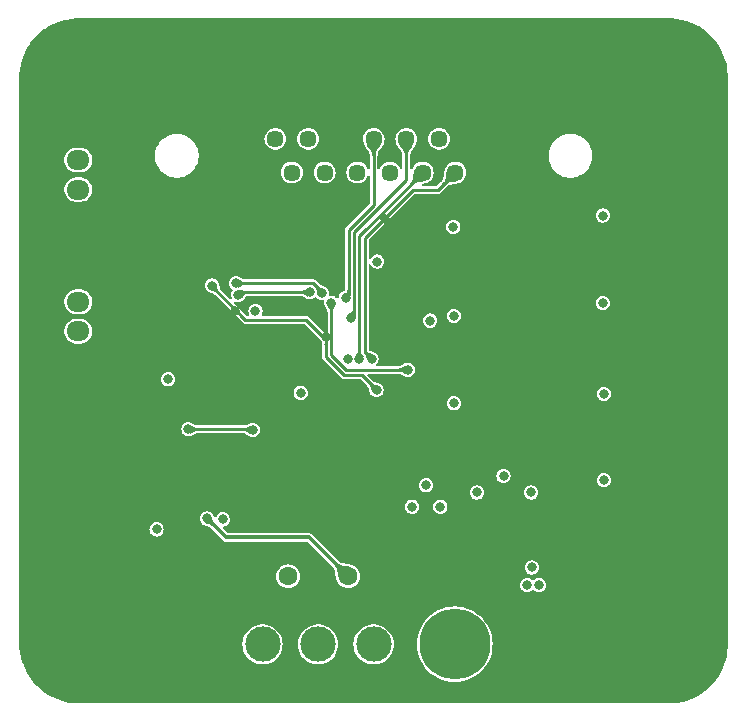
<source format=gbr>
%TF.GenerationSoftware,KiCad,Pcbnew,8.0.0-8.0.0-1~ubuntu22.04.1*%
%TF.CreationDate,2024-03-31T18:51:45+02:00*%
%TF.ProjectId,ProjetCorps,50726f6a-6574-4436-9f72-70732e6b6963,rev?*%
%TF.SameCoordinates,Original*%
%TF.FileFunction,Copper,L4,Bot*%
%TF.FilePolarity,Positive*%
%FSLAX46Y46*%
G04 Gerber Fmt 4.6, Leading zero omitted, Abs format (unit mm)*
G04 Created by KiCad (PCBNEW 8.0.0-8.0.0-1~ubuntu22.04.1) date 2024-03-31 18:51:45*
%MOMM*%
%LPD*%
G01*
G04 APERTURE LIST*
G04 Aperture macros list*
%AMRoundRect*
0 Rectangle with rounded corners*
0 $1 Rounding radius*
0 $2 $3 $4 $5 $6 $7 $8 $9 X,Y pos of 4 corners*
0 Add a 4 corners polygon primitive as box body*
4,1,4,$2,$3,$4,$5,$6,$7,$8,$9,$2,$3,0*
0 Add four circle primitives for the rounded corners*
1,1,$1+$1,$2,$3*
1,1,$1+$1,$4,$5*
1,1,$1+$1,$6,$7*
1,1,$1+$1,$8,$9*
0 Add four rect primitives between the rounded corners*
20,1,$1+$1,$2,$3,$4,$5,0*
20,1,$1+$1,$4,$5,$6,$7,0*
20,1,$1+$1,$6,$7,$8,$9,0*
20,1,$1+$1,$8,$9,$2,$3,0*%
G04 Aperture macros list end*
%TA.AperFunction,ComponentPad*%
%ADD10C,0.800000*%
%TD*%
%TA.AperFunction,ComponentPad*%
%ADD11C,6.400000*%
%TD*%
%TA.AperFunction,ComponentPad*%
%ADD12RoundRect,0.250000X0.725000X-0.600000X0.725000X0.600000X-0.725000X0.600000X-0.725000X-0.600000X0*%
%TD*%
%TA.AperFunction,ComponentPad*%
%ADD13O,1.950000X1.700000*%
%TD*%
%TA.AperFunction,ComponentPad*%
%ADD14C,3.000000*%
%TD*%
%TA.AperFunction,ComponentPad*%
%ADD15C,1.600000*%
%TD*%
%TA.AperFunction,ComponentPad*%
%ADD16RoundRect,1.500000X1.500000X1.500000X-1.500000X1.500000X-1.500000X-1.500000X1.500000X-1.500000X0*%
%TD*%
%TA.AperFunction,ComponentPad*%
%ADD17C,6.000000*%
%TD*%
%TA.AperFunction,ComponentPad*%
%ADD18C,1.447800*%
%TD*%
%TA.AperFunction,ViaPad*%
%ADD19C,0.800000*%
%TD*%
%TA.AperFunction,Conductor*%
%ADD20C,0.250000*%
%TD*%
%TA.AperFunction,Conductor*%
%ADD21C,0.300000*%
%TD*%
G04 APERTURE END LIST*
D10*
%TO.P,H102,1,1*%
%TO.N,GND*%
X157600000Y-50000000D03*
X158302944Y-48302944D03*
X158302944Y-51697056D03*
X160000000Y-47600000D03*
D11*
X160000000Y-50000000D03*
D10*
X160000000Y-52400000D03*
X161697056Y-48302944D03*
X161697056Y-51697056D03*
X162400000Y-50000000D03*
%TD*%
%TO.P,H103,1,1*%
%TO.N,GND*%
X107600000Y-98000000D03*
X108302944Y-96302944D03*
X108302944Y-99697056D03*
X110000000Y-95600000D03*
D11*
X110000000Y-98000000D03*
D10*
X110000000Y-100400000D03*
X111697056Y-96302944D03*
X111697056Y-99697056D03*
X112400000Y-98000000D03*
%TD*%
D12*
%TO.P,J103,1,Pin_1*%
%TO.N,GND*%
X110000000Y-74000000D03*
D13*
%TO.P,J103,2,Pin_2*%
%TO.N,+12V*%
X110000000Y-71500000D03*
%TO.P,J103,3,Pin_3*%
%TO.N,UART_HD_XL430*%
X110000000Y-69000000D03*
%TD*%
D10*
%TO.P,H101,1,1*%
%TO.N,GND*%
X107600000Y-50000000D03*
X108302944Y-48302944D03*
X108302944Y-51697056D03*
X110000000Y-47600000D03*
D11*
X110000000Y-50000000D03*
D10*
X110000000Y-52400000D03*
X111697056Y-48302944D03*
X111697056Y-51697056D03*
X112400000Y-50000000D03*
%TD*%
D14*
%TO.P,SW101,1,A*%
%TO.N,+12V*%
X125600000Y-98000000D03*
%TO.P,SW101,2,B*%
%TO.N,Net-(J101-Pin_2)*%
X130300000Y-98000000D03*
%TO.P,SW101,3,C*%
%TO.N,unconnected-(SW101-C-Pad3)*%
X135000000Y-98000000D03*
%TD*%
D15*
%TO.P,U104,1,Vin*%
%TO.N,+12V*%
X127760000Y-92250000D03*
%TO.P,U104,2,GND*%
%TO.N,GND*%
X130300000Y-92250000D03*
%TO.P,U104,3,Vout*%
%TO.N,+5V*%
X132840000Y-92250000D03*
%TD*%
D16*
%TO.P,J101,1,Pin_1*%
%TO.N,GND*%
X149075000Y-98000000D03*
D17*
%TO.P,J101,2,Pin_2*%
%TO.N,Net-(J101-Pin_2)*%
X141875000Y-98000000D03*
%TD*%
D10*
%TO.P,H104,1,1*%
%TO.N,GND*%
X157600000Y-98000000D03*
X158302944Y-96302944D03*
X158302944Y-99697056D03*
X160000000Y-95600000D03*
D11*
X160000000Y-98000000D03*
D10*
X160000000Y-100400000D03*
X161697056Y-96302944D03*
X161697056Y-99697056D03*
X162400000Y-98000000D03*
%TD*%
D18*
%TO.P,J104,1,Pin_1*%
%TO.N,GND*%
X125305003Y-58060007D03*
%TO.P,J104,2,Pin_2*%
%TO.N,PWM_TIM1_CH1*%
X128075002Y-58060007D03*
%TO.P,J104,3,Pin_3*%
%TO.N,PWM_TIM1_CH2*%
X130845002Y-58060007D03*
%TO.P,J104,4,Pin_4*%
%TO.N,PWM_TIM1_CH3*%
X133615002Y-58060007D03*
%TO.P,J104,5,Pin_5*%
%TO.N,PWM_TIM1_CH4*%
X136385001Y-58060007D03*
%TO.P,J104,6,Pin_6*%
%TO.N,PWM_TIM2_CH1*%
X139155001Y-58060007D03*
%TO.P,J104,7,Pin_7*%
%TO.N,PWM_TIM2_CH2*%
X141925000Y-58060007D03*
%TO.P,J104,8,Pin_8*%
%TO.N,GND*%
X144695000Y-58060007D03*
%TO.P,J104,9,Pin_9*%
%TO.N,+12V*%
X126690001Y-55220008D03*
%TO.P,J104,10,Pin_10*%
X129460001Y-55220008D03*
%TO.P,J104,11,Pin_11*%
%TO.N,GND*%
X132230000Y-55220008D03*
%TO.P,J104,12,Pin_12*%
%TO.N,I2C_SCL*%
X135000000Y-55220008D03*
%TO.P,J104,13,Pin_13*%
%TO.N,I2C_SDA*%
X137770000Y-55220008D03*
%TO.P,J104,14,Pin_14*%
%TO.N,+12V*%
X140539999Y-55220008D03*
%TO.P,J104,15,Pin_15*%
%TO.N,GND*%
X143309999Y-55220008D03*
%TD*%
D12*
%TO.P,J102,1,Pin_1*%
%TO.N,GND*%
X110000000Y-62000000D03*
D13*
%TO.P,J102,2,Pin_2*%
%TO.N,+12V*%
X110000000Y-59500000D03*
%TO.P,J102,3,Pin_3*%
%TO.N,UART_HD_XL430*%
X110000000Y-57000000D03*
%TD*%
D19*
%TO.N,+3.3V*%
X122225000Y-87425000D03*
X141800000Y-77600000D03*
X128825000Y-76700000D03*
X154400000Y-69100000D03*
X117600000Y-75575000D03*
X135300000Y-65600000D03*
X154400000Y-61700000D03*
X154500000Y-84100000D03*
X143750000Y-85150000D03*
X146000000Y-83750000D03*
X141800000Y-70200000D03*
X139450000Y-84550000D03*
X140650000Y-86350000D03*
X141750000Y-62650000D03*
X148350000Y-85150000D03*
X139800000Y-70600000D03*
X132800343Y-73851307D03*
X138250000Y-86350000D03*
X154500000Y-76800000D03*
X125000000Y-69800000D03*
%TO.N,GND*%
X111000000Y-92000000D03*
X126000000Y-77000000D03*
X140000000Y-62000000D03*
X116000000Y-72000000D03*
X146000000Y-72000000D03*
X146000000Y-67000000D03*
X126000000Y-82000000D03*
X131000000Y-87000000D03*
X117700000Y-66300000D03*
X136000000Y-92000000D03*
X151000000Y-47000000D03*
X136000000Y-82000000D03*
X156000000Y-57000000D03*
X106000000Y-57000000D03*
X131000000Y-47000000D03*
X156000000Y-102000000D03*
X116000000Y-52000000D03*
X136000000Y-102000000D03*
X106000000Y-67000000D03*
X156000000Y-92000000D03*
X121075000Y-83725000D03*
X161000000Y-82000000D03*
X121000000Y-47000000D03*
X136500000Y-77000000D03*
X146000000Y-52000000D03*
X161000000Y-102000000D03*
X106000000Y-72000000D03*
X156000000Y-47000000D03*
X126000000Y-102000000D03*
X136000000Y-52000000D03*
X120500000Y-92975000D03*
X126000000Y-62000000D03*
X143000000Y-90000000D03*
X156000000Y-72000000D03*
X141000000Y-47000000D03*
X111000000Y-77000000D03*
X151000000Y-92000000D03*
X118675000Y-93000000D03*
X131000000Y-52000000D03*
X117300000Y-82475000D03*
X146000000Y-57000000D03*
X143500000Y-80050000D03*
X121000000Y-102000000D03*
X118600000Y-69950000D03*
X121000000Y-52000000D03*
X151000000Y-87000000D03*
X121000000Y-57000000D03*
X106000000Y-62000000D03*
X126000000Y-52000000D03*
X131000000Y-62000000D03*
X161000000Y-76500000D03*
X136000000Y-47000000D03*
X106000000Y-77000000D03*
X116000000Y-67000000D03*
X111000000Y-67000000D03*
X161000000Y-57000000D03*
X161000000Y-62000000D03*
X151000000Y-72000000D03*
X146000000Y-82000000D03*
X121950000Y-93000000D03*
X161000000Y-87000000D03*
X146000000Y-47000000D03*
X154400000Y-75350000D03*
X154500000Y-83050000D03*
X136000000Y-87000000D03*
X121000000Y-77000000D03*
X153300000Y-85250000D03*
X156000000Y-52000000D03*
X106000000Y-87000000D03*
X113800000Y-75875000D03*
X151000000Y-52000000D03*
X123250000Y-69750000D03*
X116000000Y-92000000D03*
X106000000Y-97000000D03*
X142500000Y-82950000D03*
X116000000Y-57000000D03*
X141000000Y-92000000D03*
X138000000Y-67500000D03*
X144000000Y-90000000D03*
X111000000Y-102000000D03*
X131000000Y-102000000D03*
X117700000Y-62700000D03*
X131000000Y-82000000D03*
X116000000Y-62000000D03*
X141000000Y-102000000D03*
X116000000Y-47000000D03*
X131000000Y-72000000D03*
X126000000Y-87000000D03*
X106000000Y-92000000D03*
X126000000Y-57000000D03*
X126000000Y-92000000D03*
X161000000Y-72000000D03*
X106000000Y-52000000D03*
X136000000Y-62000000D03*
X116000000Y-102000000D03*
X161000000Y-67000000D03*
X146000000Y-102000000D03*
X126000000Y-47000000D03*
X156000000Y-87000000D03*
X152175000Y-79225000D03*
X115050000Y-85750000D03*
X118125000Y-74275000D03*
X121000000Y-82000000D03*
X161000000Y-92000000D03*
X154400000Y-68050000D03*
X146000000Y-62000000D03*
X114575000Y-83600000D03*
X121000000Y-72000000D03*
X151000000Y-102000000D03*
X141000000Y-52000000D03*
X121000000Y-97000000D03*
X106000000Y-82000000D03*
X116000000Y-97000000D03*
X117700000Y-64500000D03*
X141750000Y-67450000D03*
X141800000Y-74950000D03*
%TO.N,NRST*%
X124775000Y-79850000D03*
X119325000Y-79800000D03*
%TO.N,+5V*%
X148000000Y-93000000D03*
X148400000Y-91500000D03*
X120900000Y-87350000D03*
X149000000Y-93000000D03*
%TO.N,BTN_7*%
X131425000Y-69075000D03*
X137903365Y-74751463D03*
%TO.N,+12V*%
X116625000Y-88275000D03*
%TO.N,UART_HD_XL430*%
X121325000Y-67625000D03*
X135250000Y-76475000D03*
%TO.N,PWM_TIM2_CH2*%
X134825000Y-73825000D03*
%TO.N,I2C_SCL*%
X132625000Y-68700000D03*
%TO.N,PWM_TIM2_CH1*%
X133800000Y-73825000D03*
%TO.N,I2C_SDA*%
X133075000Y-70350153D03*
%TO.N,SWDIO*%
X130622180Y-68266727D03*
X123371114Y-67441128D03*
%TO.N,SWCLK*%
X123550000Y-68425000D03*
X129624999Y-68191651D03*
%TD*%
D20*
%TO.N,NRST*%
X119325000Y-79800000D02*
X124725000Y-79800000D01*
X124725000Y-79800000D02*
X124775000Y-79850000D01*
D21*
%TO.N,+5V*%
X122500000Y-88950000D02*
X129540000Y-88950000D01*
X120900000Y-87350000D02*
X122500000Y-88950000D01*
X129540000Y-88950000D02*
X132840000Y-92250000D01*
D20*
%TO.N,BTN_7*%
X131425000Y-69075000D02*
X131425000Y-73500000D01*
X137879828Y-74775000D02*
X137903365Y-74751463D01*
X131425000Y-73500000D02*
X132700000Y-74775000D01*
X132700000Y-74775000D02*
X137879828Y-74775000D01*
%TO.N,UART_HD_XL430*%
X124150000Y-70525000D02*
X129300000Y-70525000D01*
X129300000Y-70525000D02*
X130975000Y-72200000D01*
X121325000Y-67700000D02*
X124150000Y-70525000D01*
X130975000Y-72200000D02*
X130975000Y-73686396D01*
X121325000Y-67625000D02*
X121325000Y-67700000D01*
X134000000Y-75225000D02*
X135250000Y-76475000D01*
X130975000Y-73686396D02*
X132513604Y-75225000D01*
X132513604Y-75225000D02*
X134000000Y-75225000D01*
%TO.N,PWM_TIM2_CH2*%
X138301404Y-59550000D02*
X140435007Y-59550000D01*
X140435007Y-59550000D02*
X141925000Y-58060007D01*
X134250000Y-63601404D02*
X138301404Y-59550000D01*
X134825000Y-73825000D02*
X134250000Y-73250000D01*
X134250000Y-73250000D02*
X134250000Y-63601404D01*
%TO.N,I2C_SCL*%
X132900000Y-62913604D02*
X135000000Y-60813604D01*
X135000000Y-60813604D02*
X135000000Y-55220008D01*
X132625000Y-68700000D02*
X132900000Y-68425000D01*
X132900000Y-68425000D02*
X132900000Y-62913604D01*
%TO.N,PWM_TIM2_CH1*%
X133800000Y-73825000D02*
X133800000Y-63415008D01*
X133800000Y-63415008D02*
X139155001Y-58060007D01*
%TO.N,I2C_SDA*%
X133350000Y-70075153D02*
X133350000Y-63100000D01*
X133350000Y-63100000D02*
X137770000Y-58680000D01*
X133075000Y-70350153D02*
X133350000Y-70075153D01*
X137770000Y-58680000D02*
X137770000Y-55220008D01*
%TO.N,SWDIO*%
X129899781Y-67441128D02*
X130622180Y-68163527D01*
X130622180Y-68163527D02*
X130622180Y-68266727D01*
X123371114Y-67441128D02*
X129899781Y-67441128D01*
%TO.N,SWCLK*%
X123550000Y-68425000D02*
X123783349Y-68191651D01*
X123783349Y-68191651D02*
X129624999Y-68191651D01*
%TD*%
%TA.AperFunction,Conductor*%
%TO.N,GND*%
G36*
X128817925Y-68519787D02*
G01*
X128829101Y-68522420D01*
X128897782Y-68524823D01*
X128906526Y-68525519D01*
X128951907Y-68531174D01*
X128962872Y-68533174D01*
X128990111Y-68539752D01*
X129001895Y-68543391D01*
X129021519Y-68550821D01*
X129031544Y-68555267D01*
X129055212Y-68567376D01*
X129061269Y-68570749D01*
X129097070Y-68592364D01*
X129098636Y-68593331D01*
X129146908Y-68623761D01*
X129148976Y-68625049D01*
X129149135Y-68625147D01*
X129151521Y-68626592D01*
X129209544Y-68661236D01*
X129209565Y-68661248D01*
X129214361Y-68664024D01*
X129214885Y-68664318D01*
X129219290Y-68666720D01*
X129219329Y-68666740D01*
X129219348Y-68666751D01*
X129289001Y-68703625D01*
X129289018Y-68703634D01*
X129289030Y-68703640D01*
X129294621Y-68706491D01*
X129295281Y-68706815D01*
X129301294Y-68709647D01*
X129376403Y-68743550D01*
X129379341Y-68744849D01*
X129379653Y-68744984D01*
X129394738Y-68748125D01*
X129412436Y-68753581D01*
X129468237Y-68776695D01*
X129468236Y-68776695D01*
X129624998Y-68797333D01*
X129624999Y-68797333D01*
X129625000Y-68797333D01*
X129656351Y-68793205D01*
X129781761Y-68776695D01*
X129927840Y-68716187D01*
X130014625Y-68649595D01*
X130026986Y-68640110D01*
X130084662Y-68619686D01*
X130143328Y-68637064D01*
X130165793Y-68658383D01*
X130193898Y-68695009D01*
X130193902Y-68695012D01*
X130193903Y-68695013D01*
X130205146Y-68703640D01*
X130319339Y-68791263D01*
X130319340Y-68791263D01*
X130319341Y-68791264D01*
X130465413Y-68851769D01*
X130465418Y-68851771D01*
X130622180Y-68872409D01*
X130722022Y-68859264D01*
X130782181Y-68870414D01*
X130824299Y-68914796D01*
X130833096Y-68970338D01*
X130819318Y-69074998D01*
X130819318Y-69075000D01*
X130839955Y-69231761D01*
X130839956Y-69231762D01*
X130863755Y-69289219D01*
X130868735Y-69304756D01*
X130869943Y-69309969D01*
X130873100Y-69323596D01*
X130873103Y-69323602D01*
X130894824Y-69371723D01*
X130907003Y-69398703D01*
X130908542Y-69401972D01*
X130909828Y-69404703D01*
X130910156Y-69405374D01*
X130912691Y-69410343D01*
X130913008Y-69410963D01*
X130930483Y-69443973D01*
X130949928Y-69480706D01*
X130952273Y-69485011D01*
X130952538Y-69485484D01*
X130955404Y-69490439D01*
X130990150Y-69548631D01*
X130991429Y-69550745D01*
X130991498Y-69550856D01*
X130991533Y-69550913D01*
X130992843Y-69553020D01*
X130992879Y-69553078D01*
X130992892Y-69553098D01*
X131023294Y-69601325D01*
X131024272Y-69602909D01*
X131031546Y-69614956D01*
X131045895Y-69638720D01*
X131049280Y-69644799D01*
X131061380Y-69668449D01*
X131065832Y-69678489D01*
X131073253Y-69698091D01*
X131076899Y-69709900D01*
X131083469Y-69737102D01*
X131085476Y-69748103D01*
X131091126Y-69793443D01*
X131091825Y-69802220D01*
X131094230Y-69870898D01*
X131094231Y-69870909D01*
X131097055Y-69883378D01*
X131099500Y-69905242D01*
X131099500Y-71625165D01*
X131080593Y-71683356D01*
X131031093Y-71719320D01*
X130969907Y-71719320D01*
X130930496Y-71695169D01*
X130764634Y-71529307D01*
X130745138Y-71501620D01*
X130721735Y-71452119D01*
X130716202Y-71445078D01*
X130716200Y-71445076D01*
X130716199Y-71445075D01*
X130716196Y-71445072D01*
X130655319Y-71392914D01*
X130655313Y-71392910D01*
X130655312Y-71392909D01*
X130635368Y-71381699D01*
X130619481Y-71370592D01*
X130576474Y-71333760D01*
X130569480Y-71329652D01*
X130549621Y-71314295D01*
X130035846Y-70800520D01*
X129499862Y-70264535D01*
X129499859Y-70264533D01*
X129499857Y-70264531D01*
X129425642Y-70221683D01*
X129425644Y-70221683D01*
X129393521Y-70213076D01*
X129342853Y-70199500D01*
X129342851Y-70199500D01*
X125632663Y-70199500D01*
X125574472Y-70180593D01*
X125538508Y-70131093D01*
X125538508Y-70069907D01*
X125541199Y-70062615D01*
X125585042Y-69956767D01*
X125585042Y-69956766D01*
X125585044Y-69956762D01*
X125605682Y-69800000D01*
X125604819Y-69793448D01*
X125598118Y-69742543D01*
X125585044Y-69643238D01*
X125547688Y-69553052D01*
X125524537Y-69497161D01*
X125524537Y-69497160D01*
X125428286Y-69371723D01*
X125428285Y-69371722D01*
X125428282Y-69371718D01*
X125428277Y-69371714D01*
X125428276Y-69371713D01*
X125342222Y-69305682D01*
X125302841Y-69275464D01*
X125302840Y-69275463D01*
X125302838Y-69275462D01*
X125156766Y-69214957D01*
X125156758Y-69214955D01*
X125000001Y-69194318D01*
X124999999Y-69194318D01*
X124843241Y-69214955D01*
X124843233Y-69214957D01*
X124697161Y-69275462D01*
X124697160Y-69275462D01*
X124571723Y-69371713D01*
X124571713Y-69371723D01*
X124475462Y-69497160D01*
X124475462Y-69497161D01*
X124414957Y-69643233D01*
X124414955Y-69643241D01*
X124394318Y-69799999D01*
X124394318Y-69800000D01*
X124414955Y-69956758D01*
X124414957Y-69956767D01*
X124458801Y-70062615D01*
X124463602Y-70123611D01*
X124431632Y-70175780D01*
X124375104Y-70199195D01*
X124367337Y-70199500D01*
X124325835Y-70199500D01*
X124267644Y-70180593D01*
X124255831Y-70170504D01*
X123236679Y-69151352D01*
X123208902Y-69096835D01*
X123218473Y-69036403D01*
X123261738Y-68993138D01*
X123322170Y-68983567D01*
X123344564Y-68989882D01*
X123393238Y-69010044D01*
X123510809Y-69025522D01*
X123549999Y-69030682D01*
X123550000Y-69030682D01*
X123550001Y-69030682D01*
X123581352Y-69026554D01*
X123706762Y-69010044D01*
X123852841Y-68949536D01*
X123978282Y-68853282D01*
X123981048Y-68849677D01*
X123992460Y-68837178D01*
X123994555Y-68835243D01*
X123994565Y-68835236D01*
X124040293Y-68783868D01*
X124047443Y-68775387D01*
X124048236Y-68774393D01*
X124055010Y-68765408D01*
X124096241Y-68707486D01*
X124100937Y-68700597D01*
X124101455Y-68699803D01*
X124105860Y-68692742D01*
X124138641Y-68637750D01*
X124140578Y-68634431D01*
X124140787Y-68634065D01*
X124142525Y-68630959D01*
X124142815Y-68630431D01*
X124158264Y-68602253D01*
X124168601Y-68583399D01*
X124169874Y-68581148D01*
X124175025Y-68572328D01*
X124220699Y-68531618D01*
X124253652Y-68523498D01*
X124269270Y-68522413D01*
X124275832Y-68520748D01*
X124278035Y-68520190D01*
X124302374Y-68517151D01*
X128795230Y-68517151D01*
X128817925Y-68519787D01*
G37*
%TD.AperFunction*%
%TA.AperFunction,Conductor*%
G36*
X160000549Y-45000006D02*
G01*
X160003790Y-45000041D01*
X160214441Y-45002338D01*
X160221950Y-45002708D01*
X160648652Y-45040039D01*
X160657174Y-45041161D01*
X161078467Y-45115446D01*
X161086871Y-45117309D01*
X161500084Y-45228029D01*
X161508290Y-45230616D01*
X161910280Y-45376928D01*
X161918233Y-45380222D01*
X162305939Y-45561012D01*
X162313576Y-45564988D01*
X162684039Y-45778875D01*
X162691323Y-45783516D01*
X163041718Y-46028866D01*
X163048570Y-46034124D01*
X163376241Y-46309072D01*
X163382609Y-46314906D01*
X163685093Y-46617390D01*
X163690927Y-46623758D01*
X163965875Y-46951429D01*
X163971133Y-46958281D01*
X164216483Y-47308676D01*
X164221124Y-47315960D01*
X164435011Y-47686423D01*
X164438991Y-47694069D01*
X164619772Y-48081755D01*
X164623072Y-48089722D01*
X164769378Y-48491694D01*
X164771975Y-48499931D01*
X164882687Y-48913114D01*
X164884556Y-48921546D01*
X164958835Y-49342804D01*
X164959962Y-49351367D01*
X164997290Y-49778029D01*
X164997661Y-49785577D01*
X164999994Y-49999449D01*
X165000000Y-50000529D01*
X165000000Y-97999470D01*
X164999994Y-98000550D01*
X164997661Y-98214422D01*
X164997290Y-98221970D01*
X164959962Y-98648632D01*
X164958835Y-98657195D01*
X164884556Y-99078453D01*
X164882687Y-99086885D01*
X164771975Y-99500068D01*
X164769378Y-99508305D01*
X164623072Y-99910277D01*
X164619768Y-99918252D01*
X164457301Y-100266667D01*
X164438999Y-100305915D01*
X164435011Y-100313576D01*
X164221124Y-100684039D01*
X164216483Y-100691323D01*
X163971133Y-101041718D01*
X163965875Y-101048570D01*
X163690927Y-101376241D01*
X163685093Y-101382609D01*
X163382609Y-101685093D01*
X163376241Y-101690927D01*
X163048570Y-101965875D01*
X163041718Y-101971133D01*
X162691323Y-102216483D01*
X162684039Y-102221124D01*
X162313576Y-102435011D01*
X162305921Y-102438995D01*
X162061970Y-102552752D01*
X161918256Y-102619767D01*
X161910277Y-102623072D01*
X161508305Y-102769378D01*
X161500068Y-102771975D01*
X161086885Y-102882687D01*
X161078453Y-102884556D01*
X160657195Y-102958835D01*
X160648632Y-102959962D01*
X160221970Y-102997290D01*
X160214422Y-102997661D01*
X160000550Y-102999994D01*
X159999470Y-103000000D01*
X110001467Y-103000000D01*
X109998544Y-102999957D01*
X109774112Y-102993327D01*
X109766296Y-102992786D01*
X109317562Y-102943820D01*
X109308738Y-102942452D01*
X108866776Y-102853360D01*
X108858111Y-102851202D01*
X108425992Y-102722654D01*
X108417556Y-102719725D01*
X107998750Y-102552752D01*
X107990614Y-102549074D01*
X107588579Y-102345057D01*
X107580811Y-102340664D01*
X107198785Y-102101244D01*
X107191440Y-102096166D01*
X106832535Y-101823292D01*
X106825678Y-101817572D01*
X106492832Y-101513481D01*
X106486518Y-101507167D01*
X106182427Y-101174321D01*
X106176707Y-101167464D01*
X105903833Y-100808559D01*
X105898755Y-100801214D01*
X105829885Y-100691323D01*
X105659331Y-100419181D01*
X105654949Y-100411432D01*
X105450925Y-100009385D01*
X105447247Y-100001249D01*
X105280274Y-99582443D01*
X105277345Y-99574007D01*
X105256592Y-99504245D01*
X105148793Y-99141875D01*
X105146642Y-99133237D01*
X105057546Y-98691257D01*
X105056179Y-98682437D01*
X105052960Y-98652942D01*
X105007212Y-98233699D01*
X105006672Y-98225887D01*
X105006556Y-98221970D01*
X105000043Y-98001455D01*
X105000022Y-98000002D01*
X123894732Y-98000002D01*
X123913777Y-98254152D01*
X123913779Y-98254161D01*
X123970492Y-98502639D01*
X124063604Y-98739881D01*
X124063607Y-98739888D01*
X124191041Y-98960612D01*
X124191045Y-98960618D01*
X124191047Y-98960620D01*
X124349940Y-99159866D01*
X124349951Y-99159878D01*
X124536776Y-99333226D01*
X124536778Y-99333227D01*
X124536783Y-99333232D01*
X124747366Y-99476805D01*
X124976996Y-99587389D01*
X125220542Y-99662513D01*
X125472565Y-99700500D01*
X125472570Y-99700500D01*
X125727430Y-99700500D01*
X125727435Y-99700500D01*
X125979458Y-99662513D01*
X126223004Y-99587389D01*
X126452634Y-99476805D01*
X126663217Y-99333232D01*
X126850050Y-99159877D01*
X127008959Y-98960612D01*
X127136393Y-98739888D01*
X127229508Y-98502637D01*
X127286222Y-98254157D01*
X127305268Y-98000002D01*
X128594732Y-98000002D01*
X128613777Y-98254152D01*
X128613779Y-98254161D01*
X128670492Y-98502639D01*
X128763604Y-98739881D01*
X128763607Y-98739888D01*
X128891041Y-98960612D01*
X128891045Y-98960618D01*
X128891047Y-98960620D01*
X129049940Y-99159866D01*
X129049951Y-99159878D01*
X129236776Y-99333226D01*
X129236778Y-99333227D01*
X129236783Y-99333232D01*
X129447366Y-99476805D01*
X129676996Y-99587389D01*
X129920542Y-99662513D01*
X130172565Y-99700500D01*
X130172570Y-99700500D01*
X130427430Y-99700500D01*
X130427435Y-99700500D01*
X130679458Y-99662513D01*
X130923004Y-99587389D01*
X131152634Y-99476805D01*
X131363217Y-99333232D01*
X131550050Y-99159877D01*
X131708959Y-98960612D01*
X131836393Y-98739888D01*
X131929508Y-98502637D01*
X131986222Y-98254157D01*
X132005268Y-98000002D01*
X133294732Y-98000002D01*
X133313777Y-98254152D01*
X133313779Y-98254161D01*
X133370492Y-98502639D01*
X133463604Y-98739881D01*
X133463607Y-98739888D01*
X133591041Y-98960612D01*
X133591045Y-98960618D01*
X133591047Y-98960620D01*
X133749940Y-99159866D01*
X133749951Y-99159878D01*
X133936776Y-99333226D01*
X133936778Y-99333227D01*
X133936783Y-99333232D01*
X134147366Y-99476805D01*
X134376996Y-99587389D01*
X134620542Y-99662513D01*
X134872565Y-99700500D01*
X134872570Y-99700500D01*
X135127430Y-99700500D01*
X135127435Y-99700500D01*
X135379458Y-99662513D01*
X135623004Y-99587389D01*
X135852634Y-99476805D01*
X136063217Y-99333232D01*
X136250050Y-99159877D01*
X136408959Y-98960612D01*
X136536393Y-98739888D01*
X136629508Y-98502637D01*
X136686222Y-98254157D01*
X136705268Y-98000004D01*
X138669457Y-98000004D01*
X138689611Y-98358897D01*
X138689614Y-98358917D01*
X138749824Y-98713287D01*
X138749828Y-98713307D01*
X138849340Y-99058723D01*
X138986907Y-99390837D01*
X139158052Y-99700500D01*
X139160789Y-99705452D01*
X139368806Y-99998623D01*
X139608339Y-100266661D01*
X139876377Y-100506194D01*
X140169548Y-100714211D01*
X140169550Y-100714212D01*
X140484163Y-100888092D01*
X140484162Y-100888092D01*
X140816276Y-101025659D01*
X141161692Y-101125171D01*
X141161695Y-101125171D01*
X141161700Y-101125173D01*
X141516093Y-101185387D01*
X141516096Y-101185387D01*
X141516102Y-101185388D01*
X141874995Y-101205543D01*
X141875000Y-101205543D01*
X141875005Y-101205543D01*
X142233897Y-101185388D01*
X142233901Y-101185387D01*
X142233907Y-101185387D01*
X142588300Y-101125173D01*
X142933724Y-101025659D01*
X143265833Y-100888094D01*
X143580452Y-100714211D01*
X143873623Y-100506194D01*
X144141661Y-100266661D01*
X144381194Y-99998623D01*
X144589211Y-99705452D01*
X144763094Y-99390833D01*
X144900659Y-99058724D01*
X145000173Y-98713300D01*
X145060387Y-98358907D01*
X145066270Y-98254161D01*
X145080543Y-98000004D01*
X145080543Y-97999995D01*
X145060388Y-97641102D01*
X145060385Y-97641082D01*
X145000175Y-97286712D01*
X145000171Y-97286692D01*
X144900659Y-96941276D01*
X144763092Y-96609162D01*
X144589212Y-96294550D01*
X144381197Y-96001381D01*
X144381196Y-96001380D01*
X144381194Y-96001377D01*
X144141661Y-95733339D01*
X143873623Y-95493806D01*
X143873620Y-95493804D01*
X143873618Y-95493802D01*
X143580449Y-95285787D01*
X143265836Y-95111907D01*
X143265837Y-95111907D01*
X142933723Y-94974340D01*
X142588307Y-94874828D01*
X142588287Y-94874824D01*
X142233917Y-94814614D01*
X142233897Y-94814611D01*
X141875005Y-94794457D01*
X141874995Y-94794457D01*
X141516102Y-94814611D01*
X141516082Y-94814614D01*
X141161712Y-94874824D01*
X141161692Y-94874828D01*
X140816276Y-94974340D01*
X140484162Y-95111907D01*
X140169550Y-95285787D01*
X139876381Y-95493802D01*
X139608346Y-95733332D01*
X139608332Y-95733346D01*
X139368802Y-96001381D01*
X139160787Y-96294550D01*
X138986907Y-96609162D01*
X138849340Y-96941276D01*
X138749828Y-97286692D01*
X138749824Y-97286712D01*
X138689614Y-97641082D01*
X138689611Y-97641102D01*
X138669457Y-97999995D01*
X138669457Y-98000004D01*
X136705268Y-98000004D01*
X136705268Y-98000000D01*
X136705228Y-97999470D01*
X136686222Y-97745847D01*
X136686222Y-97745843D01*
X136629508Y-97497363D01*
X136536393Y-97260112D01*
X136408959Y-97039388D01*
X136408952Y-97039379D01*
X136250059Y-96840133D01*
X136250048Y-96840121D01*
X136063223Y-96666773D01*
X136063220Y-96666771D01*
X136063217Y-96666768D01*
X135852634Y-96523195D01*
X135623004Y-96412611D01*
X135379462Y-96337488D01*
X135379459Y-96337487D01*
X135379458Y-96337487D01*
X135379453Y-96337486D01*
X135379452Y-96337486D01*
X135127438Y-96299500D01*
X135127435Y-96299500D01*
X134872565Y-96299500D01*
X134872561Y-96299500D01*
X134620547Y-96337486D01*
X134620537Y-96337488D01*
X134376995Y-96412611D01*
X134147373Y-96523191D01*
X134147369Y-96523193D01*
X134147366Y-96523195D01*
X133936783Y-96666768D01*
X133936776Y-96666773D01*
X133749951Y-96840121D01*
X133749940Y-96840133D01*
X133591047Y-97039379D01*
X133591043Y-97039384D01*
X133591041Y-97039388D01*
X133529181Y-97146533D01*
X133463608Y-97260109D01*
X133463604Y-97260118D01*
X133370492Y-97497360D01*
X133313779Y-97745838D01*
X133313777Y-97745847D01*
X133294732Y-97999997D01*
X133294732Y-98000002D01*
X132005268Y-98000002D01*
X132005268Y-98000000D01*
X132005228Y-97999470D01*
X131986222Y-97745847D01*
X131986222Y-97745843D01*
X131929508Y-97497363D01*
X131836393Y-97260112D01*
X131708959Y-97039388D01*
X131708952Y-97039379D01*
X131550059Y-96840133D01*
X131550048Y-96840121D01*
X131363223Y-96666773D01*
X131363220Y-96666771D01*
X131363217Y-96666768D01*
X131152634Y-96523195D01*
X130923004Y-96412611D01*
X130679462Y-96337488D01*
X130679459Y-96337487D01*
X130679458Y-96337487D01*
X130679453Y-96337486D01*
X130679452Y-96337486D01*
X130427438Y-96299500D01*
X130427435Y-96299500D01*
X130172565Y-96299500D01*
X130172561Y-96299500D01*
X129920547Y-96337486D01*
X129920537Y-96337488D01*
X129676995Y-96412611D01*
X129447373Y-96523191D01*
X129447369Y-96523193D01*
X129447366Y-96523195D01*
X129236783Y-96666768D01*
X129236776Y-96666773D01*
X129049951Y-96840121D01*
X129049940Y-96840133D01*
X128891047Y-97039379D01*
X128891043Y-97039384D01*
X128891041Y-97039388D01*
X128829181Y-97146533D01*
X128763608Y-97260109D01*
X128763604Y-97260118D01*
X128670492Y-97497360D01*
X128613779Y-97745838D01*
X128613777Y-97745847D01*
X128594732Y-97999997D01*
X128594732Y-98000002D01*
X127305268Y-98000002D01*
X127305268Y-98000000D01*
X127305228Y-97999470D01*
X127286222Y-97745847D01*
X127286222Y-97745843D01*
X127229508Y-97497363D01*
X127136393Y-97260112D01*
X127008959Y-97039388D01*
X127008952Y-97039379D01*
X126850059Y-96840133D01*
X126850048Y-96840121D01*
X126663223Y-96666773D01*
X126663220Y-96666771D01*
X126663217Y-96666768D01*
X126452634Y-96523195D01*
X126223004Y-96412611D01*
X125979462Y-96337488D01*
X125979459Y-96337487D01*
X125979458Y-96337487D01*
X125979453Y-96337486D01*
X125979452Y-96337486D01*
X125727438Y-96299500D01*
X125727435Y-96299500D01*
X125472565Y-96299500D01*
X125472561Y-96299500D01*
X125220547Y-96337486D01*
X125220537Y-96337488D01*
X124976995Y-96412611D01*
X124747373Y-96523191D01*
X124747369Y-96523193D01*
X124747366Y-96523195D01*
X124536783Y-96666768D01*
X124536776Y-96666773D01*
X124349951Y-96840121D01*
X124349940Y-96840133D01*
X124191047Y-97039379D01*
X124191043Y-97039384D01*
X124191041Y-97039388D01*
X124129181Y-97146533D01*
X124063608Y-97260109D01*
X124063604Y-97260118D01*
X123970492Y-97497360D01*
X123913779Y-97745838D01*
X123913777Y-97745847D01*
X123894732Y-97999997D01*
X123894732Y-98000002D01*
X105000022Y-98000002D01*
X105000000Y-97998532D01*
X105000000Y-92250003D01*
X126754659Y-92250003D01*
X126773974Y-92446126D01*
X126773975Y-92446129D01*
X126773976Y-92446132D01*
X126827593Y-92622884D01*
X126831187Y-92634730D01*
X126831188Y-92634732D01*
X126902218Y-92767618D01*
X126924090Y-92808538D01*
X126924092Y-92808540D01*
X126924093Y-92808542D01*
X127049112Y-92960878D01*
X127049121Y-92960887D01*
X127201457Y-93085906D01*
X127201462Y-93085910D01*
X127375273Y-93178814D01*
X127563868Y-93236024D01*
X127563870Y-93236024D01*
X127563873Y-93236025D01*
X127759997Y-93255341D01*
X127760000Y-93255341D01*
X127760003Y-93255341D01*
X127956126Y-93236025D01*
X127956127Y-93236024D01*
X127956132Y-93236024D01*
X128144727Y-93178814D01*
X128318538Y-93085910D01*
X128470883Y-92960883D01*
X128595910Y-92808538D01*
X128688814Y-92634727D01*
X128746024Y-92446132D01*
X128746293Y-92443408D01*
X128765341Y-92250003D01*
X128765341Y-92249996D01*
X128746025Y-92053873D01*
X128746024Y-92053870D01*
X128746024Y-92053868D01*
X128688814Y-91865273D01*
X128688604Y-91864881D01*
X128642635Y-91778879D01*
X128595910Y-91691462D01*
X128567436Y-91656766D01*
X128470887Y-91539121D01*
X128470878Y-91539112D01*
X128318542Y-91414093D01*
X128318540Y-91414092D01*
X128318538Y-91414090D01*
X128238201Y-91371149D01*
X128144732Y-91321188D01*
X128144730Y-91321187D01*
X127956129Y-91263975D01*
X127956126Y-91263974D01*
X127760003Y-91244659D01*
X127759997Y-91244659D01*
X127563873Y-91263974D01*
X127563870Y-91263975D01*
X127375269Y-91321187D01*
X127375267Y-91321188D01*
X127201467Y-91414087D01*
X127201457Y-91414093D01*
X127049121Y-91539112D01*
X127049112Y-91539121D01*
X126924093Y-91691457D01*
X126924087Y-91691467D01*
X126831188Y-91865267D01*
X126831187Y-91865269D01*
X126773975Y-92053870D01*
X126773974Y-92053873D01*
X126754659Y-92249996D01*
X126754659Y-92250003D01*
X105000000Y-92250003D01*
X105000000Y-88275000D01*
X116019318Y-88275000D01*
X116039955Y-88431758D01*
X116039957Y-88431766D01*
X116100462Y-88577838D01*
X116100462Y-88577839D01*
X116170819Y-88669530D01*
X116196718Y-88703282D01*
X116322159Y-88799536D01*
X116468238Y-88860044D01*
X116585809Y-88875522D01*
X116624999Y-88880682D01*
X116625000Y-88880682D01*
X116625001Y-88880682D01*
X116656352Y-88876554D01*
X116781762Y-88860044D01*
X116927841Y-88799536D01*
X117053282Y-88703282D01*
X117149536Y-88577841D01*
X117210044Y-88431762D01*
X117230682Y-88275000D01*
X117210044Y-88118238D01*
X117170550Y-88022890D01*
X117149537Y-87972161D01*
X117149537Y-87972160D01*
X117053286Y-87846723D01*
X117053285Y-87846722D01*
X117053282Y-87846718D01*
X117053277Y-87846714D01*
X117053276Y-87846713D01*
X116927838Y-87750462D01*
X116781766Y-87689957D01*
X116781758Y-87689955D01*
X116625001Y-87669318D01*
X116624999Y-87669318D01*
X116468241Y-87689955D01*
X116468233Y-87689957D01*
X116322161Y-87750462D01*
X116322160Y-87750462D01*
X116196723Y-87846713D01*
X116196713Y-87846723D01*
X116100462Y-87972160D01*
X116100462Y-87972161D01*
X116039957Y-88118233D01*
X116039955Y-88118241D01*
X116019318Y-88274999D01*
X116019318Y-88275000D01*
X105000000Y-88275000D01*
X105000000Y-87350000D01*
X120294318Y-87350000D01*
X120314955Y-87506758D01*
X120314957Y-87506766D01*
X120375462Y-87652838D01*
X120375462Y-87652839D01*
X120471713Y-87778276D01*
X120471718Y-87778282D01*
X120471722Y-87778285D01*
X120471723Y-87778286D01*
X120597157Y-87874535D01*
X120597158Y-87874535D01*
X120597159Y-87874536D01*
X120653266Y-87897776D01*
X120668361Y-87905610D01*
X120684080Y-87915569D01*
X120684084Y-87915571D01*
X120684086Y-87915572D01*
X120759977Y-87944865D01*
X120763000Y-87945993D01*
X120764348Y-87946496D01*
X120764852Y-87946678D01*
X120769667Y-87948345D01*
X120807430Y-87960898D01*
X120843634Y-87972934D01*
X120847364Y-87974134D01*
X120847759Y-87974257D01*
X120850963Y-87975227D01*
X120914813Y-87993974D01*
X120916742Y-87994530D01*
X120969211Y-88009379D01*
X120971894Y-88010182D01*
X121008869Y-88021818D01*
X121015599Y-88024206D01*
X121040237Y-88033962D01*
X121049500Y-88038193D01*
X121070744Y-88049254D01*
X121080028Y-88054751D01*
X121107207Y-88072920D01*
X121114757Y-88078505D01*
X121153789Y-88110344D01*
X121159201Y-88115097D01*
X121210206Y-88163298D01*
X121221553Y-88170536D01*
X121238313Y-88183995D01*
X122284788Y-89230470D01*
X122364712Y-89276614D01*
X122453856Y-89300500D01*
X122453857Y-89300500D01*
X122546144Y-89300500D01*
X129353810Y-89300500D01*
X129412001Y-89319407D01*
X129423814Y-89329496D01*
X131438094Y-91343776D01*
X131452939Y-91362773D01*
X131457974Y-91371149D01*
X131566899Y-91491023D01*
X131574349Y-91500283D01*
X131640644Y-91593673D01*
X131648206Y-91606196D01*
X131686507Y-91681742D01*
X131692341Y-91695854D01*
X131715494Y-91766953D01*
X131718568Y-91778864D01*
X131723188Y-91802841D01*
X131734524Y-91861684D01*
X131735543Y-91868105D01*
X131748820Y-91974076D01*
X131748834Y-91974189D01*
X131764326Y-92099016D01*
X131765037Y-92104201D01*
X131765118Y-92104743D01*
X131765937Y-92109766D01*
X131790385Y-92248853D01*
X131791997Y-92257052D01*
X131792187Y-92257921D01*
X131794156Y-92266143D01*
X131835447Y-92424272D01*
X131838033Y-92433319D01*
X131838352Y-92434348D01*
X131841402Y-92443405D01*
X131903546Y-92614734D01*
X131905100Y-92618880D01*
X131907121Y-92624101D01*
X131907011Y-92624143D01*
X131910885Y-92633735D01*
X131911185Y-92634725D01*
X131911186Y-92634728D01*
X131978146Y-92760001D01*
X132004090Y-92808538D01*
X132004092Y-92808540D01*
X132004093Y-92808542D01*
X132129112Y-92960878D01*
X132129121Y-92960887D01*
X132281457Y-93085906D01*
X132281462Y-93085910D01*
X132455273Y-93178814D01*
X132643868Y-93236024D01*
X132643870Y-93236024D01*
X132643873Y-93236025D01*
X132839997Y-93255341D01*
X132840000Y-93255341D01*
X132840003Y-93255341D01*
X133036126Y-93236025D01*
X133036127Y-93236024D01*
X133036132Y-93236024D01*
X133224727Y-93178814D01*
X133398538Y-93085910D01*
X133503219Y-93000000D01*
X147394318Y-93000000D01*
X147414955Y-93156758D01*
X147414957Y-93156766D01*
X147475462Y-93302838D01*
X147475462Y-93302839D01*
X147475464Y-93302841D01*
X147571718Y-93428282D01*
X147697159Y-93524536D01*
X147843238Y-93585044D01*
X147960809Y-93600522D01*
X147999999Y-93605682D01*
X148000000Y-93605682D01*
X148000001Y-93605682D01*
X148031352Y-93601554D01*
X148156762Y-93585044D01*
X148302841Y-93524536D01*
X148428282Y-93428282D01*
X148428288Y-93428273D01*
X148429996Y-93426567D01*
X148431547Y-93425776D01*
X148433430Y-93424332D01*
X148433697Y-93424680D01*
X148484513Y-93398790D01*
X148544945Y-93408361D01*
X148570004Y-93426567D01*
X148571713Y-93428276D01*
X148571718Y-93428282D01*
X148697159Y-93524536D01*
X148843238Y-93585044D01*
X148960809Y-93600522D01*
X148999999Y-93605682D01*
X149000000Y-93605682D01*
X149000001Y-93605682D01*
X149031352Y-93601554D01*
X149156762Y-93585044D01*
X149302841Y-93524536D01*
X149428282Y-93428282D01*
X149524536Y-93302841D01*
X149585044Y-93156762D01*
X149605682Y-93000000D01*
X149585044Y-92843238D01*
X149585042Y-92843233D01*
X149524537Y-92697161D01*
X149524537Y-92697160D01*
X149428286Y-92571723D01*
X149428285Y-92571722D01*
X149428282Y-92571718D01*
X149428277Y-92571714D01*
X149428276Y-92571713D01*
X149302838Y-92475462D01*
X149156766Y-92414957D01*
X149156758Y-92414955D01*
X149000001Y-92394318D01*
X148999999Y-92394318D01*
X148843241Y-92414955D01*
X148843233Y-92414957D01*
X148697161Y-92475462D01*
X148697160Y-92475462D01*
X148571715Y-92571719D01*
X148569998Y-92573437D01*
X148568449Y-92574225D01*
X148566570Y-92575668D01*
X148566302Y-92575319D01*
X148515479Y-92601210D01*
X148455048Y-92591634D01*
X148430002Y-92573437D01*
X148428284Y-92571719D01*
X148302838Y-92475462D01*
X148156766Y-92414957D01*
X148156758Y-92414955D01*
X148000001Y-92394318D01*
X147999999Y-92394318D01*
X147843241Y-92414955D01*
X147843233Y-92414957D01*
X147697161Y-92475462D01*
X147697160Y-92475462D01*
X147571723Y-92571713D01*
X147571713Y-92571723D01*
X147475462Y-92697160D01*
X147475462Y-92697161D01*
X147414957Y-92843233D01*
X147414955Y-92843241D01*
X147394318Y-92999999D01*
X147394318Y-93000000D01*
X133503219Y-93000000D01*
X133550883Y-92960883D01*
X133675910Y-92808538D01*
X133768814Y-92634727D01*
X133826024Y-92446132D01*
X133826293Y-92443408D01*
X133845341Y-92250003D01*
X133845341Y-92249996D01*
X133826025Y-92053873D01*
X133826024Y-92053870D01*
X133826024Y-92053868D01*
X133768814Y-91865273D01*
X133768604Y-91864881D01*
X133722635Y-91778879D01*
X133675910Y-91691462D01*
X133647436Y-91656766D01*
X133550887Y-91539121D01*
X133550878Y-91539112D01*
X133503220Y-91500000D01*
X147794318Y-91500000D01*
X147814955Y-91656758D01*
X147814957Y-91656766D01*
X147875462Y-91802838D01*
X147875462Y-91802839D01*
X147971713Y-91928276D01*
X147971718Y-91928282D01*
X148097159Y-92024536D01*
X148097160Y-92024536D01*
X148097161Y-92024537D01*
X148243233Y-92085042D01*
X148243238Y-92085044D01*
X148360809Y-92100522D01*
X148399999Y-92105682D01*
X148400000Y-92105682D01*
X148400001Y-92105682D01*
X148431352Y-92101554D01*
X148556762Y-92085044D01*
X148702841Y-92024536D01*
X148828282Y-91928282D01*
X148924536Y-91802841D01*
X148985044Y-91656762D01*
X149005682Y-91500000D01*
X148985044Y-91343238D01*
X148975432Y-91320032D01*
X148924537Y-91197161D01*
X148924537Y-91197160D01*
X148828286Y-91071723D01*
X148828285Y-91071722D01*
X148828282Y-91071718D01*
X148828277Y-91071714D01*
X148828276Y-91071713D01*
X148757104Y-91017101D01*
X148702841Y-90975464D01*
X148702840Y-90975463D01*
X148702838Y-90975462D01*
X148556766Y-90914957D01*
X148556758Y-90914955D01*
X148400001Y-90894318D01*
X148399999Y-90894318D01*
X148243241Y-90914955D01*
X148243233Y-90914957D01*
X148097161Y-90975462D01*
X148097160Y-90975462D01*
X147971723Y-91071713D01*
X147971713Y-91071723D01*
X147875462Y-91197160D01*
X147875462Y-91197161D01*
X147814957Y-91343233D01*
X147814955Y-91343241D01*
X147794318Y-91499999D01*
X147794318Y-91500000D01*
X133503220Y-91500000D01*
X133398542Y-91414093D01*
X133398540Y-91414092D01*
X133398538Y-91414090D01*
X133265989Y-91343241D01*
X133224735Y-91321190D01*
X133224723Y-91321184D01*
X133220923Y-91320032D01*
X133206951Y-91314607D01*
X133204731Y-91313545D01*
X133033405Y-91251402D01*
X133024348Y-91248352D01*
X133023319Y-91248033D01*
X133014272Y-91245447D01*
X132856114Y-91204148D01*
X132847976Y-91202199D01*
X132847014Y-91201989D01*
X132838870Y-91200387D01*
X132699767Y-91175938D01*
X132694743Y-91175118D01*
X132694201Y-91175037D01*
X132689016Y-91174326D01*
X132564189Y-91158834D01*
X132564076Y-91158820D01*
X132458105Y-91145543D01*
X132451684Y-91144524D01*
X132445477Y-91143328D01*
X132368864Y-91128568D01*
X132356956Y-91125494D01*
X132328344Y-91116177D01*
X132285854Y-91102341D01*
X132271742Y-91096507D01*
X132196196Y-91058206D01*
X132183673Y-91050644D01*
X132090283Y-90984349D01*
X132081023Y-90976899D01*
X131961149Y-90867974D01*
X131961148Y-90867973D01*
X131951382Y-90861943D01*
X131933396Y-90847714D01*
X129755212Y-88669530D01*
X129675288Y-88623386D01*
X129586144Y-88599500D01*
X129586142Y-88599500D01*
X122686190Y-88599500D01*
X122627999Y-88580593D01*
X122616186Y-88570504D01*
X122235609Y-88189927D01*
X122207832Y-88135410D01*
X122217403Y-88074978D01*
X122260668Y-88031713D01*
X122292688Y-88021770D01*
X122381762Y-88010044D01*
X122527841Y-87949536D01*
X122653282Y-87853282D01*
X122749536Y-87727841D01*
X122810044Y-87581762D01*
X122830682Y-87425000D01*
X122810044Y-87268238D01*
X122787720Y-87214343D01*
X122749537Y-87122161D01*
X122749537Y-87122160D01*
X122653286Y-86996723D01*
X122653285Y-86996722D01*
X122653282Y-86996718D01*
X122653277Y-86996714D01*
X122653276Y-86996713D01*
X122527838Y-86900462D01*
X122381766Y-86839957D01*
X122381758Y-86839955D01*
X122225001Y-86819318D01*
X122224999Y-86819318D01*
X122068241Y-86839955D01*
X122068233Y-86839957D01*
X121922161Y-86900462D01*
X121922160Y-86900462D01*
X121796723Y-86996713D01*
X121796713Y-86996723D01*
X121700463Y-87122160D01*
X121671198Y-87192811D01*
X121631461Y-87239337D01*
X121571966Y-87253620D01*
X121515438Y-87230205D01*
X121487376Y-87190576D01*
X121465572Y-87134086D01*
X121464825Y-87132178D01*
X121464730Y-87131939D01*
X121456081Y-87118760D01*
X121447388Y-87102330D01*
X121424537Y-87047162D01*
X121424535Y-87047157D01*
X121328286Y-86921723D01*
X121328285Y-86921722D01*
X121328282Y-86921718D01*
X121328277Y-86921714D01*
X121328276Y-86921713D01*
X121257104Y-86867101D01*
X121202841Y-86825464D01*
X121202840Y-86825463D01*
X121202838Y-86825462D01*
X121056766Y-86764957D01*
X121056758Y-86764955D01*
X120900001Y-86744318D01*
X120899999Y-86744318D01*
X120743241Y-86764955D01*
X120743233Y-86764957D01*
X120597161Y-86825462D01*
X120597160Y-86825462D01*
X120471723Y-86921713D01*
X120471713Y-86921723D01*
X120375462Y-87047160D01*
X120375462Y-87047161D01*
X120314957Y-87193233D01*
X120314955Y-87193241D01*
X120294318Y-87349999D01*
X120294318Y-87350000D01*
X105000000Y-87350000D01*
X105000000Y-86350000D01*
X137644318Y-86350000D01*
X137664955Y-86506758D01*
X137664957Y-86506766D01*
X137725462Y-86652838D01*
X137725462Y-86652839D01*
X137811493Y-86764957D01*
X137821718Y-86778282D01*
X137947159Y-86874536D01*
X137947160Y-86874536D01*
X137947161Y-86874537D01*
X138061054Y-86921713D01*
X138093238Y-86935044D01*
X138210809Y-86950522D01*
X138249999Y-86955682D01*
X138250000Y-86955682D01*
X138250001Y-86955682D01*
X138281352Y-86951554D01*
X138406762Y-86935044D01*
X138552841Y-86874536D01*
X138678282Y-86778282D01*
X138774536Y-86652841D01*
X138835044Y-86506762D01*
X138855682Y-86350000D01*
X140044318Y-86350000D01*
X140064955Y-86506758D01*
X140064957Y-86506766D01*
X140125462Y-86652838D01*
X140125462Y-86652839D01*
X140211493Y-86764957D01*
X140221718Y-86778282D01*
X140347159Y-86874536D01*
X140347160Y-86874536D01*
X140347161Y-86874537D01*
X140461054Y-86921713D01*
X140493238Y-86935044D01*
X140610809Y-86950522D01*
X140649999Y-86955682D01*
X140650000Y-86955682D01*
X140650001Y-86955682D01*
X140681352Y-86951554D01*
X140806762Y-86935044D01*
X140952841Y-86874536D01*
X141078282Y-86778282D01*
X141174536Y-86652841D01*
X141235044Y-86506762D01*
X141255682Y-86350000D01*
X141235044Y-86193238D01*
X141174537Y-86047161D01*
X141174537Y-86047160D01*
X141078286Y-85921723D01*
X141078285Y-85921722D01*
X141078282Y-85921718D01*
X141078277Y-85921714D01*
X141078276Y-85921713D01*
X140952838Y-85825462D01*
X140806766Y-85764957D01*
X140806758Y-85764955D01*
X140650001Y-85744318D01*
X140649999Y-85744318D01*
X140493241Y-85764955D01*
X140493233Y-85764957D01*
X140347161Y-85825462D01*
X140347160Y-85825462D01*
X140221723Y-85921713D01*
X140221713Y-85921723D01*
X140125462Y-86047160D01*
X140125462Y-86047161D01*
X140064957Y-86193233D01*
X140064955Y-86193241D01*
X140044318Y-86349999D01*
X140044318Y-86350000D01*
X138855682Y-86350000D01*
X138835044Y-86193238D01*
X138774537Y-86047161D01*
X138774537Y-86047160D01*
X138678286Y-85921723D01*
X138678285Y-85921722D01*
X138678282Y-85921718D01*
X138678277Y-85921714D01*
X138678276Y-85921713D01*
X138552838Y-85825462D01*
X138406766Y-85764957D01*
X138406758Y-85764955D01*
X138250001Y-85744318D01*
X138249999Y-85744318D01*
X138093241Y-85764955D01*
X138093233Y-85764957D01*
X137947161Y-85825462D01*
X137947160Y-85825462D01*
X137821723Y-85921713D01*
X137821713Y-85921723D01*
X137725462Y-86047160D01*
X137725462Y-86047161D01*
X137664957Y-86193233D01*
X137664955Y-86193241D01*
X137644318Y-86349999D01*
X137644318Y-86350000D01*
X105000000Y-86350000D01*
X105000000Y-84550000D01*
X138844318Y-84550000D01*
X138864955Y-84706758D01*
X138864957Y-84706766D01*
X138925462Y-84852838D01*
X138925462Y-84852839D01*
X138925464Y-84852841D01*
X139021718Y-84978282D01*
X139147159Y-85074536D01*
X139293238Y-85135044D01*
X139406833Y-85149999D01*
X139449999Y-85155682D01*
X139450000Y-85155682D01*
X139450001Y-85155682D01*
X139493159Y-85150000D01*
X143144318Y-85150000D01*
X143164955Y-85306758D01*
X143164957Y-85306766D01*
X143225462Y-85452838D01*
X143225462Y-85452839D01*
X143225464Y-85452841D01*
X143321718Y-85578282D01*
X143447159Y-85674536D01*
X143593238Y-85735044D01*
X143710809Y-85750522D01*
X143749999Y-85755682D01*
X143750000Y-85755682D01*
X143750001Y-85755682D01*
X143781352Y-85751554D01*
X143906762Y-85735044D01*
X144052841Y-85674536D01*
X144178282Y-85578282D01*
X144274536Y-85452841D01*
X144335044Y-85306762D01*
X144355682Y-85150000D01*
X147744318Y-85150000D01*
X147764955Y-85306758D01*
X147764957Y-85306766D01*
X147825462Y-85452838D01*
X147825462Y-85452839D01*
X147825464Y-85452841D01*
X147921718Y-85578282D01*
X148047159Y-85674536D01*
X148193238Y-85735044D01*
X148310809Y-85750522D01*
X148349999Y-85755682D01*
X148350000Y-85755682D01*
X148350001Y-85755682D01*
X148381352Y-85751554D01*
X148506762Y-85735044D01*
X148652841Y-85674536D01*
X148778282Y-85578282D01*
X148874536Y-85452841D01*
X148935044Y-85306762D01*
X148955682Y-85150000D01*
X148935044Y-84993238D01*
X148874537Y-84847161D01*
X148874537Y-84847160D01*
X148778286Y-84721723D01*
X148778285Y-84721722D01*
X148778282Y-84721718D01*
X148778277Y-84721714D01*
X148778276Y-84721713D01*
X148652838Y-84625462D01*
X148506766Y-84564957D01*
X148506758Y-84564955D01*
X148350001Y-84544318D01*
X148349999Y-84544318D01*
X148193241Y-84564955D01*
X148193233Y-84564957D01*
X148047161Y-84625462D01*
X148047160Y-84625462D01*
X147921723Y-84721713D01*
X147921713Y-84721723D01*
X147825462Y-84847160D01*
X147825462Y-84847161D01*
X147764957Y-84993233D01*
X147764955Y-84993241D01*
X147744318Y-85149999D01*
X147744318Y-85150000D01*
X144355682Y-85150000D01*
X144335044Y-84993238D01*
X144274537Y-84847161D01*
X144274537Y-84847160D01*
X144178286Y-84721723D01*
X144178285Y-84721722D01*
X144178282Y-84721718D01*
X144178277Y-84721714D01*
X144178276Y-84721713D01*
X144052838Y-84625462D01*
X143906766Y-84564957D01*
X143906758Y-84564955D01*
X143750001Y-84544318D01*
X143749999Y-84544318D01*
X143593241Y-84564955D01*
X143593233Y-84564957D01*
X143447161Y-84625462D01*
X143447160Y-84625462D01*
X143321723Y-84721713D01*
X143321713Y-84721723D01*
X143225462Y-84847160D01*
X143225462Y-84847161D01*
X143164957Y-84993233D01*
X143164955Y-84993241D01*
X143144318Y-85149999D01*
X143144318Y-85150000D01*
X139493159Y-85150000D01*
X139493167Y-85149999D01*
X139606762Y-85135044D01*
X139752841Y-85074536D01*
X139878282Y-84978282D01*
X139974536Y-84852841D01*
X140035044Y-84706762D01*
X140055682Y-84550000D01*
X140035044Y-84393238D01*
X140010938Y-84335042D01*
X139974537Y-84247161D01*
X139974537Y-84247160D01*
X139878286Y-84121723D01*
X139878285Y-84121722D01*
X139878282Y-84121718D01*
X139878277Y-84121714D01*
X139878276Y-84121713D01*
X139788517Y-84052839D01*
X139752841Y-84025464D01*
X139752840Y-84025463D01*
X139752838Y-84025462D01*
X139606766Y-83964957D01*
X139606758Y-83964955D01*
X139450001Y-83944318D01*
X139449999Y-83944318D01*
X139293241Y-83964955D01*
X139293233Y-83964957D01*
X139147161Y-84025462D01*
X139147160Y-84025462D01*
X139021723Y-84121713D01*
X139021713Y-84121723D01*
X138925462Y-84247160D01*
X138925462Y-84247161D01*
X138864957Y-84393233D01*
X138864955Y-84393241D01*
X138844318Y-84549999D01*
X138844318Y-84550000D01*
X105000000Y-84550000D01*
X105000000Y-83750000D01*
X145394318Y-83750000D01*
X145414955Y-83906758D01*
X145414957Y-83906766D01*
X145475462Y-84052838D01*
X145475462Y-84052839D01*
X145571713Y-84178276D01*
X145571718Y-84178282D01*
X145697159Y-84274536D01*
X145843238Y-84335044D01*
X145960809Y-84350522D01*
X145999999Y-84355682D01*
X146000000Y-84355682D01*
X146000001Y-84355682D01*
X146031352Y-84351554D01*
X146156762Y-84335044D01*
X146302841Y-84274536D01*
X146428282Y-84178282D01*
X146488350Y-84100000D01*
X153894318Y-84100000D01*
X153914955Y-84256758D01*
X153914957Y-84256766D01*
X153975462Y-84402838D01*
X153975462Y-84402839D01*
X153975464Y-84402841D01*
X154071718Y-84528282D01*
X154197159Y-84624536D01*
X154197160Y-84624536D01*
X154197161Y-84624537D01*
X154199399Y-84625464D01*
X154343238Y-84685044D01*
X154460809Y-84700522D01*
X154499999Y-84705682D01*
X154500000Y-84705682D01*
X154500001Y-84705682D01*
X154531352Y-84701554D01*
X154656762Y-84685044D01*
X154802841Y-84624536D01*
X154928282Y-84528282D01*
X155024536Y-84402841D01*
X155085044Y-84256762D01*
X155105682Y-84100000D01*
X155085044Y-83943238D01*
X155069935Y-83906762D01*
X155024537Y-83797161D01*
X155024537Y-83797160D01*
X154928286Y-83671723D01*
X154928285Y-83671722D01*
X154928282Y-83671718D01*
X154928277Y-83671714D01*
X154928276Y-83671713D01*
X154857104Y-83617101D01*
X154802841Y-83575464D01*
X154802840Y-83575463D01*
X154802838Y-83575462D01*
X154656766Y-83514957D01*
X154656758Y-83514955D01*
X154500001Y-83494318D01*
X154499999Y-83494318D01*
X154343241Y-83514955D01*
X154343233Y-83514957D01*
X154197161Y-83575462D01*
X154197160Y-83575462D01*
X154071723Y-83671713D01*
X154071713Y-83671723D01*
X153975462Y-83797160D01*
X153975462Y-83797161D01*
X153914957Y-83943233D01*
X153914955Y-83943241D01*
X153894318Y-84099999D01*
X153894318Y-84100000D01*
X146488350Y-84100000D01*
X146524536Y-84052841D01*
X146585044Y-83906762D01*
X146605682Y-83750000D01*
X146585044Y-83593238D01*
X146552619Y-83514957D01*
X146524537Y-83447161D01*
X146524537Y-83447160D01*
X146428286Y-83321723D01*
X146428285Y-83321722D01*
X146428282Y-83321718D01*
X146428277Y-83321714D01*
X146428276Y-83321713D01*
X146302838Y-83225462D01*
X146156766Y-83164957D01*
X146156758Y-83164955D01*
X146000001Y-83144318D01*
X145999999Y-83144318D01*
X145843241Y-83164955D01*
X145843233Y-83164957D01*
X145697161Y-83225462D01*
X145697160Y-83225462D01*
X145571723Y-83321713D01*
X145571713Y-83321723D01*
X145475462Y-83447160D01*
X145475462Y-83447161D01*
X145414957Y-83593233D01*
X145414955Y-83593241D01*
X145394318Y-83749999D01*
X145394318Y-83750000D01*
X105000000Y-83750000D01*
X105000000Y-79800000D01*
X118719318Y-79800000D01*
X118739955Y-79956758D01*
X118739957Y-79956766D01*
X118800462Y-80102838D01*
X118800462Y-80102839D01*
X118863654Y-80185192D01*
X118896718Y-80228282D01*
X119022159Y-80324536D01*
X119022160Y-80324536D01*
X119022161Y-80324537D01*
X119119739Y-80364955D01*
X119168238Y-80385044D01*
X119284917Y-80400405D01*
X119324999Y-80405682D01*
X119325000Y-80405682D01*
X119325001Y-80405682D01*
X119365083Y-80400405D01*
X119481762Y-80385044D01*
X119481765Y-80385042D01*
X119481768Y-80385042D01*
X119539221Y-80361243D01*
X119554765Y-80356260D01*
X119573595Y-80351899D01*
X119648702Y-80317997D01*
X119654715Y-80315165D01*
X119655375Y-80314841D01*
X119660968Y-80311989D01*
X119730708Y-80275068D01*
X119735111Y-80272667D01*
X119735635Y-80272373D01*
X119740429Y-80269598D01*
X119798573Y-80234882D01*
X119800765Y-80233555D01*
X119800924Y-80233457D01*
X119801023Y-80233397D01*
X119801521Y-80233086D01*
X119803052Y-80232133D01*
X119851402Y-80201653D01*
X119852796Y-80200792D01*
X119888756Y-80179081D01*
X119894782Y-80175726D01*
X119918452Y-80163616D01*
X119928473Y-80159172D01*
X119945193Y-80152841D01*
X119948095Y-80151742D01*
X119959908Y-80148095D01*
X119973556Y-80144799D01*
X119987099Y-80141529D01*
X119998086Y-80139524D01*
X120043461Y-80133869D01*
X120052212Y-80133173D01*
X120120900Y-80130769D01*
X120133384Y-80127942D01*
X120155241Y-80125500D01*
X123952651Y-80125500D01*
X123976693Y-80128463D01*
X123986022Y-80130799D01*
X124050511Y-80133957D01*
X124062599Y-80135298D01*
X124096907Y-80141258D01*
X124111400Y-80144924D01*
X124128018Y-80150492D01*
X124142303Y-80156561D01*
X124155462Y-80163416D01*
X124166094Y-80169833D01*
X124188268Y-80185192D01*
X124193457Y-80189043D01*
X124230734Y-80218641D01*
X124230871Y-80218749D01*
X124231108Y-80218937D01*
X124279718Y-80257499D01*
X124282905Y-80259961D01*
X124283876Y-80260711D01*
X124284369Y-80261082D01*
X124288887Y-80264387D01*
X124336780Y-80298425D01*
X124345461Y-80304595D01*
X124352669Y-80309489D01*
X124353520Y-80310041D01*
X124360537Y-80314386D01*
X124360746Y-80314516D01*
X124415332Y-80346779D01*
X124429749Y-80355301D01*
X124438307Y-80360087D01*
X124439250Y-80360586D01*
X124439276Y-80360599D01*
X124439278Y-80360600D01*
X124448015Y-80364955D01*
X124523584Y-80400406D01*
X124527587Y-80402232D01*
X124528054Y-80402439D01*
X124528057Y-80402439D01*
X124528058Y-80402440D01*
X124542770Y-80405572D01*
X124560042Y-80410938D01*
X124618238Y-80435044D01*
X124618237Y-80435044D01*
X124774999Y-80455682D01*
X124775000Y-80455682D01*
X124775001Y-80455682D01*
X124806352Y-80451554D01*
X124931762Y-80435044D01*
X125077841Y-80374536D01*
X125203282Y-80278282D01*
X125299536Y-80152841D01*
X125360044Y-80006762D01*
X125380682Y-79850000D01*
X125360044Y-79693238D01*
X125299537Y-79547161D01*
X125299537Y-79547160D01*
X125203286Y-79421723D01*
X125203285Y-79421722D01*
X125203282Y-79421718D01*
X125203277Y-79421714D01*
X125203276Y-79421713D01*
X125085590Y-79331410D01*
X125077841Y-79325464D01*
X125077840Y-79325463D01*
X125077838Y-79325462D01*
X124931766Y-79264957D01*
X124931758Y-79264955D01*
X124775001Y-79244318D01*
X124774999Y-79244318D01*
X124618236Y-79264956D01*
X124563313Y-79287705D01*
X124546492Y-79292973D01*
X124540615Y-79294252D01*
X124528970Y-79296788D01*
X124487137Y-79315008D01*
X124456407Y-79328393D01*
X124456375Y-79328407D01*
X124456371Y-79328409D01*
X124453277Y-79329787D01*
X124452909Y-79329955D01*
X124449784Y-79331410D01*
X124381158Y-79364077D01*
X124377334Y-79365945D01*
X124321193Y-79394114D01*
X124319826Y-79394800D01*
X124274360Y-79417413D01*
X124270981Y-79419014D01*
X124238716Y-79433558D01*
X124231967Y-79436306D01*
X124207603Y-79445196D01*
X124198610Y-79448001D01*
X124173481Y-79454543D01*
X124164277Y-79456477D01*
X124128735Y-79462200D01*
X124120975Y-79463137D01*
X124077263Y-79466671D01*
X124067710Y-79467443D01*
X124061933Y-79467741D01*
X123991825Y-79469297D01*
X123978120Y-79472262D01*
X123957188Y-79474500D01*
X120154777Y-79474500D01*
X120132079Y-79471863D01*
X120127073Y-79470683D01*
X120120898Y-79469229D01*
X120120900Y-79469229D01*
X120052221Y-79466825D01*
X120043443Y-79466126D01*
X119998103Y-79460476D01*
X119987102Y-79458469D01*
X119959900Y-79451899D01*
X119948091Y-79448253D01*
X119928489Y-79440832D01*
X119918454Y-79436382D01*
X119894798Y-79424279D01*
X119888720Y-79420895D01*
X119882935Y-79417402D01*
X119852909Y-79399272D01*
X119851325Y-79398294D01*
X119846012Y-79394945D01*
X119803020Y-79367843D01*
X119800913Y-79366533D01*
X119800783Y-79366452D01*
X119800764Y-79366441D01*
X119798631Y-79365150D01*
X119740465Y-79330420D01*
X119740422Y-79330395D01*
X119735503Y-79327549D01*
X119735489Y-79327541D01*
X119735468Y-79327529D01*
X119735024Y-79327280D01*
X119733397Y-79326394D01*
X119730713Y-79324932D01*
X119730670Y-79324909D01*
X119660993Y-79288022D01*
X119655346Y-79285143D01*
X119654711Y-79284832D01*
X119648757Y-79282027D01*
X119648734Y-79282016D01*
X119648703Y-79282002D01*
X119573581Y-79248093D01*
X119573545Y-79248077D01*
X119573516Y-79248064D01*
X119572620Y-79247668D01*
X119570600Y-79246776D01*
X119570304Y-79246648D01*
X119570301Y-79246647D01*
X119570298Y-79246646D01*
X119555228Y-79243509D01*
X119537520Y-79238051D01*
X119481767Y-79214957D01*
X119481758Y-79214955D01*
X119325001Y-79194318D01*
X119324999Y-79194318D01*
X119168241Y-79214955D01*
X119168233Y-79214957D01*
X119022161Y-79275462D01*
X119022160Y-79275462D01*
X118896723Y-79371713D01*
X118896713Y-79371723D01*
X118800462Y-79497160D01*
X118800462Y-79497161D01*
X118739957Y-79643233D01*
X118739955Y-79643241D01*
X118719318Y-79799999D01*
X118719318Y-79800000D01*
X105000000Y-79800000D01*
X105000000Y-77600000D01*
X141194318Y-77600000D01*
X141214955Y-77756758D01*
X141214957Y-77756766D01*
X141275462Y-77902838D01*
X141275462Y-77902839D01*
X141275464Y-77902841D01*
X141371718Y-78028282D01*
X141497159Y-78124536D01*
X141643238Y-78185044D01*
X141760809Y-78200522D01*
X141799999Y-78205682D01*
X141800000Y-78205682D01*
X141800001Y-78205682D01*
X141831352Y-78201554D01*
X141956762Y-78185044D01*
X142102841Y-78124536D01*
X142228282Y-78028282D01*
X142324536Y-77902841D01*
X142385044Y-77756762D01*
X142405682Y-77600000D01*
X142385044Y-77443238D01*
X142360938Y-77385042D01*
X142324537Y-77297161D01*
X142324537Y-77297160D01*
X142228286Y-77171723D01*
X142228285Y-77171722D01*
X142228282Y-77171718D01*
X142228277Y-77171714D01*
X142228276Y-77171713D01*
X142138517Y-77102839D01*
X142102841Y-77075464D01*
X142102840Y-77075463D01*
X142102838Y-77075462D01*
X141956766Y-77014957D01*
X141956758Y-77014955D01*
X141800001Y-76994318D01*
X141799999Y-76994318D01*
X141643241Y-77014955D01*
X141643233Y-77014957D01*
X141497161Y-77075462D01*
X141497160Y-77075462D01*
X141371723Y-77171713D01*
X141371713Y-77171723D01*
X141275462Y-77297160D01*
X141275462Y-77297161D01*
X141214957Y-77443233D01*
X141214955Y-77443241D01*
X141194318Y-77599999D01*
X141194318Y-77600000D01*
X105000000Y-77600000D01*
X105000000Y-76700000D01*
X128219318Y-76700000D01*
X128239955Y-76856758D01*
X128239957Y-76856766D01*
X128300462Y-77002838D01*
X128300462Y-77002839D01*
X128356189Y-77075464D01*
X128396718Y-77128282D01*
X128522159Y-77224536D01*
X128522160Y-77224536D01*
X128522161Y-77224537D01*
X128531212Y-77228286D01*
X128668238Y-77285044D01*
X128785809Y-77300522D01*
X128824999Y-77305682D01*
X128825000Y-77305682D01*
X128825001Y-77305682D01*
X128856352Y-77301554D01*
X128981762Y-77285044D01*
X129127841Y-77224536D01*
X129253282Y-77128282D01*
X129349536Y-77002841D01*
X129410044Y-76856762D01*
X129430682Y-76700000D01*
X129429295Y-76689468D01*
X129423209Y-76643238D01*
X129410044Y-76543238D01*
X129390958Y-76497160D01*
X129349537Y-76397161D01*
X129349537Y-76397160D01*
X129253286Y-76271723D01*
X129253285Y-76271722D01*
X129253282Y-76271718D01*
X129253277Y-76271714D01*
X129253276Y-76271713D01*
X129127838Y-76175462D01*
X128981766Y-76114957D01*
X128981758Y-76114955D01*
X128825001Y-76094318D01*
X128824999Y-76094318D01*
X128668241Y-76114955D01*
X128668233Y-76114957D01*
X128522161Y-76175462D01*
X128522160Y-76175462D01*
X128396723Y-76271713D01*
X128396713Y-76271723D01*
X128300462Y-76397160D01*
X128300462Y-76397161D01*
X128239957Y-76543233D01*
X128239955Y-76543241D01*
X128219318Y-76699999D01*
X128219318Y-76700000D01*
X105000000Y-76700000D01*
X105000000Y-75575000D01*
X116994318Y-75575000D01*
X117014955Y-75731758D01*
X117014957Y-75731766D01*
X117075462Y-75877838D01*
X117075462Y-75877839D01*
X117131189Y-75950464D01*
X117171718Y-76003282D01*
X117297159Y-76099536D01*
X117297160Y-76099536D01*
X117297161Y-76099537D01*
X117443233Y-76160042D01*
X117443238Y-76160044D01*
X117560350Y-76175462D01*
X117599999Y-76180682D01*
X117600000Y-76180682D01*
X117600001Y-76180682D01*
X117639650Y-76175462D01*
X117756762Y-76160044D01*
X117902841Y-76099536D01*
X118028282Y-76003282D01*
X118124536Y-75877841D01*
X118185044Y-75731762D01*
X118205682Y-75575000D01*
X118185044Y-75418238D01*
X118185042Y-75418233D01*
X118124537Y-75272161D01*
X118124537Y-75272160D01*
X118028286Y-75146723D01*
X118028285Y-75146722D01*
X118028282Y-75146718D01*
X118028277Y-75146714D01*
X118028276Y-75146713D01*
X117907845Y-75054304D01*
X117902841Y-75050464D01*
X117902840Y-75050463D01*
X117902838Y-75050462D01*
X117756766Y-74989957D01*
X117756758Y-74989955D01*
X117600001Y-74969318D01*
X117599999Y-74969318D01*
X117443241Y-74989955D01*
X117443233Y-74989957D01*
X117297161Y-75050462D01*
X117297160Y-75050462D01*
X117171723Y-75146713D01*
X117171713Y-75146723D01*
X117075462Y-75272160D01*
X117075462Y-75272161D01*
X117014957Y-75418233D01*
X117014955Y-75418241D01*
X116994318Y-75574999D01*
X116994318Y-75575000D01*
X105000000Y-75575000D01*
X105000000Y-71603467D01*
X108824500Y-71603467D01*
X108864869Y-71806418D01*
X108944058Y-71997597D01*
X109059020Y-72169651D01*
X109059023Y-72169655D01*
X109205345Y-72315977D01*
X109377402Y-72430941D01*
X109568580Y-72510130D01*
X109771535Y-72550500D01*
X109771536Y-72550500D01*
X110228464Y-72550500D01*
X110228465Y-72550500D01*
X110431420Y-72510130D01*
X110622598Y-72430941D01*
X110794655Y-72315977D01*
X110940977Y-72169655D01*
X111055941Y-71997598D01*
X111135130Y-71806420D01*
X111175500Y-71603465D01*
X111175500Y-71396535D01*
X111135130Y-71193580D01*
X111055941Y-71002402D01*
X110940977Y-70830345D01*
X110794655Y-70684023D01*
X110794651Y-70684020D01*
X110622597Y-70569058D01*
X110431418Y-70489869D01*
X110228467Y-70449500D01*
X110228465Y-70449500D01*
X109771535Y-70449500D01*
X109771532Y-70449500D01*
X109568581Y-70489869D01*
X109377402Y-70569058D01*
X109205348Y-70684020D01*
X109059020Y-70830348D01*
X108944058Y-71002402D01*
X108864869Y-71193581D01*
X108824500Y-71396532D01*
X108824500Y-71603467D01*
X105000000Y-71603467D01*
X105000000Y-69103467D01*
X108824500Y-69103467D01*
X108864869Y-69306418D01*
X108944058Y-69497597D01*
X109042415Y-69644799D01*
X109059023Y-69669655D01*
X109205345Y-69815977D01*
X109377402Y-69930941D01*
X109568580Y-70010130D01*
X109771535Y-70050500D01*
X109771536Y-70050500D01*
X110228464Y-70050500D01*
X110228465Y-70050500D01*
X110431420Y-70010130D01*
X110622598Y-69930941D01*
X110794655Y-69815977D01*
X110940977Y-69669655D01*
X111055941Y-69497598D01*
X111135130Y-69306420D01*
X111175500Y-69103465D01*
X111175500Y-68896535D01*
X111135130Y-68693580D01*
X111055941Y-68502402D01*
X110940977Y-68330345D01*
X110794655Y-68184023D01*
X110789278Y-68180430D01*
X110622597Y-68069058D01*
X110431418Y-67989869D01*
X110228467Y-67949500D01*
X110228465Y-67949500D01*
X109771535Y-67949500D01*
X109771532Y-67949500D01*
X109568581Y-67989869D01*
X109377402Y-68069058D01*
X109205348Y-68184020D01*
X109059020Y-68330348D01*
X108944058Y-68502402D01*
X108864869Y-68693581D01*
X108824500Y-68896532D01*
X108824500Y-69103467D01*
X105000000Y-69103467D01*
X105000000Y-67625000D01*
X120719318Y-67625000D01*
X120739955Y-67781758D01*
X120739957Y-67781766D01*
X120800462Y-67927838D01*
X120800462Y-67927839D01*
X120893878Y-68049581D01*
X120896718Y-68053282D01*
X120896722Y-68053285D01*
X120896723Y-68053286D01*
X121022157Y-68149535D01*
X121022158Y-68149535D01*
X121022159Y-68149536D01*
X121060500Y-68165417D01*
X121076918Y-68172218D01*
X121092599Y-68180426D01*
X121107621Y-68190092D01*
X121107623Y-68190093D01*
X121126510Y-68197537D01*
X121181048Y-68219033D01*
X121184125Y-68220218D01*
X121184471Y-68220348D01*
X121187476Y-68221450D01*
X121224755Y-68234797D01*
X121258758Y-68246973D01*
X121262446Y-68248254D01*
X121273641Y-68252026D01*
X121322978Y-68268652D01*
X121323195Y-68268726D01*
X121370657Y-68285001D01*
X121374307Y-68286333D01*
X121406928Y-68298970D01*
X121413631Y-68301855D01*
X121437068Y-68312984D01*
X121445279Y-68317367D01*
X121467898Y-68330847D01*
X121475581Y-68335926D01*
X121505084Y-68357463D01*
X121511043Y-68362173D01*
X121552035Y-68397226D01*
X121556141Y-68400943D01*
X121579673Y-68423489D01*
X121606902Y-68449578D01*
X121618747Y-68457221D01*
X121635076Y-68470403D01*
X123889535Y-70724862D01*
X123889534Y-70724862D01*
X123921431Y-70756758D01*
X123950138Y-70785465D01*
X124024362Y-70828318D01*
X124107147Y-70850500D01*
X124192853Y-70850500D01*
X129124165Y-70850500D01*
X129182356Y-70869407D01*
X129194169Y-70879496D01*
X130095509Y-71780835D01*
X130109483Y-71798411D01*
X130115841Y-71808595D01*
X130115841Y-71808596D01*
X130115843Y-71808598D01*
X130172662Y-71869039D01*
X130177279Y-71874315D01*
X130217671Y-71923921D01*
X130222239Y-71929992D01*
X130232853Y-71945289D01*
X130232856Y-71945292D01*
X130272718Y-71988129D01*
X130272723Y-71988133D01*
X130272726Y-71988136D01*
X130277862Y-71992276D01*
X130277864Y-71992277D01*
X130277865Y-71992278D01*
X130317666Y-72017432D01*
X130324256Y-72020172D01*
X130356257Y-72041583D01*
X130620504Y-72305830D01*
X130648281Y-72360347D01*
X130649500Y-72375834D01*
X130649500Y-72495009D01*
X130640970Y-72535210D01*
X130633922Y-72551069D01*
X130633919Y-72551078D01*
X130632197Y-72559855D01*
X130632405Y-72640042D01*
X130635281Y-72654308D01*
X130636712Y-72663724D01*
X130641785Y-72712958D01*
X130642265Y-72720259D01*
X130644258Y-72789567D01*
X130644258Y-72789570D01*
X130647159Y-72802669D01*
X130649500Y-72824071D01*
X130649500Y-73643543D01*
X130649500Y-73729249D01*
X130669062Y-73802259D01*
X130671683Y-73812039D01*
X130714531Y-73886253D01*
X130714533Y-73886255D01*
X130714535Y-73886258D01*
X132253137Y-75424859D01*
X132253139Y-75424862D01*
X132313742Y-75485465D01*
X132313744Y-75485466D01*
X132387962Y-75528316D01*
X132387966Y-75528318D01*
X132470748Y-75550500D01*
X132470750Y-75550501D01*
X132470751Y-75550501D01*
X132562520Y-75550501D01*
X132562536Y-75550500D01*
X133824165Y-75550500D01*
X133882356Y-75569407D01*
X133894169Y-75579496D01*
X134433097Y-76118424D01*
X134447283Y-76136341D01*
X134453321Y-76146101D01*
X134477617Y-76172159D01*
X134500190Y-76196370D01*
X134505888Y-76203054D01*
X134528215Y-76231737D01*
X134533968Y-76239127D01*
X134540325Y-76248322D01*
X134554906Y-76272187D01*
X134560682Y-76283122D01*
X134569297Y-76302236D01*
X134573247Y-76312481D01*
X134581419Y-76337776D01*
X134583323Y-76344467D01*
X134593339Y-76385009D01*
X134593778Y-76386862D01*
X134606377Y-76442430D01*
X134606838Y-76444420D01*
X134606868Y-76444549D01*
X134607627Y-76447657D01*
X134624182Y-76513280D01*
X134625487Y-76518195D01*
X134625629Y-76518704D01*
X134627192Y-76524036D01*
X134650407Y-76599480D01*
X134652455Y-76605774D01*
X134652702Y-76606494D01*
X134654830Y-76612396D01*
X134683981Y-76689515D01*
X134684942Y-76692006D01*
X134685094Y-76692393D01*
X134685095Y-76692394D01*
X134693609Y-76705416D01*
X134702210Y-76721703D01*
X134725464Y-76777841D01*
X134821718Y-76903282D01*
X134947159Y-76999536D01*
X134947160Y-76999536D01*
X134947161Y-76999537D01*
X135093233Y-77060042D01*
X135093238Y-77060044D01*
X135210350Y-77075462D01*
X135249999Y-77080682D01*
X135250000Y-77080682D01*
X135250001Y-77080682D01*
X135289650Y-77075462D01*
X135406762Y-77060044D01*
X135552841Y-76999536D01*
X135678282Y-76903282D01*
X135757533Y-76800000D01*
X153894318Y-76800000D01*
X153914955Y-76956758D01*
X153914957Y-76956766D01*
X153975462Y-77102838D01*
X153975462Y-77102839D01*
X154068844Y-77224537D01*
X154071718Y-77228282D01*
X154197159Y-77324536D01*
X154343238Y-77385044D01*
X154460809Y-77400522D01*
X154499999Y-77405682D01*
X154500000Y-77405682D01*
X154500001Y-77405682D01*
X154531352Y-77401554D01*
X154656762Y-77385044D01*
X154802841Y-77324536D01*
X154928282Y-77228282D01*
X155024536Y-77102841D01*
X155085044Y-76956762D01*
X155105682Y-76800000D01*
X155102764Y-76777839D01*
X155092517Y-76700000D01*
X155085044Y-76643238D01*
X155080292Y-76631766D01*
X155024537Y-76497161D01*
X155024537Y-76497160D01*
X154928286Y-76371723D01*
X154928285Y-76371722D01*
X154928282Y-76371718D01*
X154928277Y-76371714D01*
X154928276Y-76371713D01*
X154802838Y-76275462D01*
X154656766Y-76214957D01*
X154656758Y-76214955D01*
X154500001Y-76194318D01*
X154499999Y-76194318D01*
X154343241Y-76214955D01*
X154343233Y-76214957D01*
X154197161Y-76275462D01*
X154197160Y-76275462D01*
X154071723Y-76371713D01*
X154071713Y-76371723D01*
X153975462Y-76497160D01*
X153975462Y-76497161D01*
X153914957Y-76643233D01*
X153914955Y-76643241D01*
X153894318Y-76799999D01*
X153894318Y-76800000D01*
X135757533Y-76800000D01*
X135774536Y-76777841D01*
X135835044Y-76631762D01*
X135855682Y-76475000D01*
X135835044Y-76318238D01*
X135832659Y-76312481D01*
X135774537Y-76172161D01*
X135774537Y-76172160D01*
X135678286Y-76046723D01*
X135678285Y-76046722D01*
X135678282Y-76046718D01*
X135678277Y-76046714D01*
X135678276Y-76046713D01*
X135621667Y-76003276D01*
X135552841Y-75950464D01*
X135552839Y-75950463D01*
X135495384Y-75926664D01*
X135480873Y-75919197D01*
X135464475Y-75908968D01*
X135464464Y-75908962D01*
X135410258Y-75888472D01*
X135387392Y-75879829D01*
X135387380Y-75879824D01*
X135387365Y-75879819D01*
X135381398Y-75877669D01*
X135381383Y-75877663D01*
X135381364Y-75877657D01*
X135380693Y-75877427D01*
X135380694Y-75877427D01*
X135380629Y-75877405D01*
X135374537Y-75875424D01*
X135331377Y-75862143D01*
X135299020Y-75852187D01*
X135299003Y-75852182D01*
X135298977Y-75852174D01*
X135293849Y-75850669D01*
X135293276Y-75850509D01*
X135288333Y-75849196D01*
X135222626Y-75832619D01*
X135219535Y-75831865D01*
X135219414Y-75831836D01*
X135217460Y-75831383D01*
X135161887Y-75818783D01*
X135160036Y-75818345D01*
X135119463Y-75808322D01*
X135112772Y-75806417D01*
X135087479Y-75798246D01*
X135077232Y-75794295D01*
X135058121Y-75785681D01*
X135047197Y-75779911D01*
X135023313Y-75765320D01*
X135014128Y-75758968D01*
X134978068Y-75730899D01*
X134971377Y-75725196D01*
X134921100Y-75678321D01*
X134910276Y-75671493D01*
X134893093Y-75657766D01*
X134504831Y-75269504D01*
X134477054Y-75214987D01*
X134486625Y-75154555D01*
X134529890Y-75111290D01*
X134574835Y-75100500D01*
X137079360Y-75100500D01*
X137101488Y-75103004D01*
X137113428Y-75105743D01*
X137182715Y-75107759D01*
X137190098Y-75108251D01*
X137239059Y-75113360D01*
X137248567Y-75114822D01*
X137279553Y-75121141D01*
X137290201Y-75123936D01*
X137312229Y-75131051D01*
X137321826Y-75134712D01*
X137345730Y-75145282D01*
X137352115Y-75148385D01*
X137386328Y-75166563D01*
X137388697Y-75167864D01*
X137435836Y-75194618D01*
X137435954Y-75194684D01*
X137437856Y-75195749D01*
X137437902Y-75195774D01*
X137437912Y-75195780D01*
X137496078Y-75227907D01*
X137499607Y-75229812D01*
X137499994Y-75230016D01*
X137503258Y-75231699D01*
X137572421Y-75266592D01*
X137576945Y-75268802D01*
X137577136Y-75268896D01*
X137577570Y-75269102D01*
X137579600Y-75270032D01*
X137582108Y-75271183D01*
X137655953Y-75303973D01*
X137658030Y-75304881D01*
X137658276Y-75304987D01*
X137673643Y-75308175D01*
X137691406Y-75313643D01*
X137746603Y-75336507D01*
X137864174Y-75351985D01*
X137903364Y-75357145D01*
X137903365Y-75357145D01*
X137903366Y-75357145D01*
X137934717Y-75353017D01*
X138060127Y-75336507D01*
X138206206Y-75275999D01*
X138331647Y-75179745D01*
X138427901Y-75054304D01*
X138488409Y-74908225D01*
X138509047Y-74751463D01*
X138488409Y-74594701D01*
X138427902Y-74448624D01*
X138427902Y-74448623D01*
X138331651Y-74323186D01*
X138331650Y-74323185D01*
X138331647Y-74323181D01*
X138331642Y-74323177D01*
X138331641Y-74323176D01*
X138240558Y-74253286D01*
X138206206Y-74226927D01*
X138206205Y-74226926D01*
X138206203Y-74226925D01*
X138060131Y-74166420D01*
X138060123Y-74166418D01*
X137903366Y-74145781D01*
X137903364Y-74145781D01*
X137746605Y-74166418D01*
X137687769Y-74190788D01*
X137672899Y-74195611D01*
X137653432Y-74200263D01*
X137596481Y-74226446D01*
X137578152Y-74234874D01*
X137578144Y-74234878D01*
X137570964Y-74238348D01*
X137570217Y-74238727D01*
X137563023Y-74242558D01*
X137493590Y-74281321D01*
X137487564Y-74284818D01*
X137487029Y-74285142D01*
X137481179Y-74288805D01*
X137423814Y-74326077D01*
X137420641Y-74328178D01*
X137420547Y-74328242D01*
X137420475Y-74328292D01*
X137416980Y-74330703D01*
X137416959Y-74330718D01*
X137368299Y-74365034D01*
X137367509Y-74365585D01*
X137330845Y-74390910D01*
X137325173Y-74394549D01*
X137302327Y-74408132D01*
X137291935Y-74413507D01*
X137275583Y-74420773D01*
X137262527Y-74425508D01*
X137240459Y-74431800D01*
X137227787Y-74434530D01*
X137187707Y-74440453D01*
X137177358Y-74441431D01*
X137110708Y-74444209D01*
X137110695Y-74444211D01*
X137098891Y-74446946D01*
X137076550Y-74449500D01*
X135289210Y-74449500D01*
X135231019Y-74430593D01*
X135195055Y-74381093D01*
X135195055Y-74319907D01*
X135228943Y-74271958D01*
X135231782Y-74269778D01*
X135253282Y-74253282D01*
X135349536Y-74127841D01*
X135410044Y-73981762D01*
X135430682Y-73825000D01*
X135410044Y-73668238D01*
X135349537Y-73522161D01*
X135349537Y-73522160D01*
X135253286Y-73396723D01*
X135253285Y-73396722D01*
X135253282Y-73396718D01*
X135253277Y-73396714D01*
X135253276Y-73396713D01*
X135162122Y-73326769D01*
X135127841Y-73300464D01*
X135123508Y-73298669D01*
X135070384Y-73276664D01*
X135055873Y-73269197D01*
X135039475Y-73258968D01*
X135039464Y-73258962D01*
X134985258Y-73238472D01*
X134962392Y-73229829D01*
X134962380Y-73229824D01*
X134962365Y-73229819D01*
X134956398Y-73227669D01*
X134956383Y-73227663D01*
X134956364Y-73227657D01*
X134955693Y-73227427D01*
X134955694Y-73227427D01*
X134955629Y-73227405D01*
X134949537Y-73225424D01*
X134906377Y-73212143D01*
X134874020Y-73202187D01*
X134874003Y-73202182D01*
X134873977Y-73202174D01*
X134868849Y-73200669D01*
X134868276Y-73200509D01*
X134863333Y-73199196D01*
X134797626Y-73182619D01*
X134794535Y-73181865D01*
X134794414Y-73181836D01*
X134792460Y-73181383D01*
X134736887Y-73168783D01*
X134735036Y-73168345D01*
X134694463Y-73158322D01*
X134687772Y-73156417D01*
X134662479Y-73148246D01*
X134652229Y-73144294D01*
X134633816Y-73135994D01*
X134588536Y-73094844D01*
X134575500Y-73045740D01*
X134575500Y-70600000D01*
X139194318Y-70600000D01*
X139214955Y-70756758D01*
X139214957Y-70756766D01*
X139275462Y-70902838D01*
X139275462Y-70902839D01*
X139371713Y-71028276D01*
X139371718Y-71028282D01*
X139497159Y-71124536D01*
X139643238Y-71185044D01*
X139760809Y-71200522D01*
X139799999Y-71205682D01*
X139800000Y-71205682D01*
X139800001Y-71205682D01*
X139831352Y-71201554D01*
X139956762Y-71185044D01*
X140102841Y-71124536D01*
X140228282Y-71028282D01*
X140324536Y-70902841D01*
X140385044Y-70756762D01*
X140405682Y-70600000D01*
X140385044Y-70443238D01*
X140349226Y-70356766D01*
X140324537Y-70297161D01*
X140324537Y-70297160D01*
X140249984Y-70200000D01*
X141194318Y-70200000D01*
X141214955Y-70356758D01*
X141214957Y-70356766D01*
X141275462Y-70502838D01*
X141275462Y-70502839D01*
X141371713Y-70628276D01*
X141371718Y-70628282D01*
X141497159Y-70724536D01*
X141497160Y-70724536D01*
X141497161Y-70724537D01*
X141574959Y-70756762D01*
X141643238Y-70785044D01*
X141760791Y-70800520D01*
X141799999Y-70805682D01*
X141800000Y-70805682D01*
X141800001Y-70805682D01*
X141839209Y-70800520D01*
X141956762Y-70785044D01*
X142102841Y-70724536D01*
X142228282Y-70628282D01*
X142324536Y-70502841D01*
X142385044Y-70356762D01*
X142405682Y-70200000D01*
X142385044Y-70043238D01*
X142364781Y-69994318D01*
X142324537Y-69897161D01*
X142324537Y-69897160D01*
X142228286Y-69771723D01*
X142228285Y-69771722D01*
X142228282Y-69771718D01*
X142228277Y-69771714D01*
X142228276Y-69771713D01*
X142157104Y-69717101D01*
X142102841Y-69675464D01*
X142102840Y-69675463D01*
X142102838Y-69675462D01*
X141956766Y-69614957D01*
X141956758Y-69614955D01*
X141800001Y-69594318D01*
X141799999Y-69594318D01*
X141643241Y-69614955D01*
X141643233Y-69614957D01*
X141497161Y-69675462D01*
X141497160Y-69675462D01*
X141371723Y-69771713D01*
X141371713Y-69771723D01*
X141275462Y-69897160D01*
X141275462Y-69897161D01*
X141214957Y-70043233D01*
X141214955Y-70043241D01*
X141194318Y-70199999D01*
X141194318Y-70200000D01*
X140249984Y-70200000D01*
X140228286Y-70171723D01*
X140228285Y-70171722D01*
X140228282Y-70171718D01*
X140228277Y-70171714D01*
X140228276Y-70171713D01*
X140102838Y-70075462D01*
X139956766Y-70014957D01*
X139956758Y-70014955D01*
X139800001Y-69994318D01*
X139799999Y-69994318D01*
X139643241Y-70014955D01*
X139643233Y-70014957D01*
X139497161Y-70075462D01*
X139497160Y-70075462D01*
X139371723Y-70171713D01*
X139371713Y-70171723D01*
X139275462Y-70297160D01*
X139275462Y-70297161D01*
X139214957Y-70443233D01*
X139214955Y-70443241D01*
X139194318Y-70599999D01*
X139194318Y-70600000D01*
X134575500Y-70600000D01*
X134575500Y-69100000D01*
X153794318Y-69100000D01*
X153814955Y-69256758D01*
X153814957Y-69256766D01*
X153875462Y-69402838D01*
X153875462Y-69402839D01*
X153948173Y-69497598D01*
X153971718Y-69528282D01*
X154097159Y-69624536D01*
X154097160Y-69624536D01*
X154097161Y-69624537D01*
X154214987Y-69673342D01*
X154243238Y-69685044D01*
X154354820Y-69699734D01*
X154399999Y-69705682D01*
X154400000Y-69705682D01*
X154400001Y-69705682D01*
X154431352Y-69701554D01*
X154556762Y-69685044D01*
X154702841Y-69624536D01*
X154828282Y-69528282D01*
X154924536Y-69402841D01*
X154985044Y-69256762D01*
X155005682Y-69100000D01*
X154985044Y-68943238D01*
X154950261Y-68859264D01*
X154924537Y-68797161D01*
X154924537Y-68797160D01*
X154828286Y-68671723D01*
X154828285Y-68671722D01*
X154828282Y-68671718D01*
X154828277Y-68671714D01*
X154828276Y-68671713D01*
X154726126Y-68593331D01*
X154702841Y-68575464D01*
X154702840Y-68575463D01*
X154702838Y-68575462D01*
X154556766Y-68514957D01*
X154556758Y-68514955D01*
X154400001Y-68494318D01*
X154399999Y-68494318D01*
X154243241Y-68514955D01*
X154243233Y-68514957D01*
X154097161Y-68575462D01*
X154097160Y-68575462D01*
X153971723Y-68671713D01*
X153971713Y-68671723D01*
X153875462Y-68797160D01*
X153875462Y-68797161D01*
X153814957Y-68943233D01*
X153814955Y-68943241D01*
X153794318Y-69099999D01*
X153794318Y-69100000D01*
X134575500Y-69100000D01*
X134575500Y-65917792D01*
X134594407Y-65859601D01*
X134643907Y-65823637D01*
X134705093Y-65823637D01*
X134754593Y-65859601D01*
X134765964Y-65879907D01*
X134775462Y-65902838D01*
X134775462Y-65902839D01*
X134775464Y-65902841D01*
X134871718Y-66028282D01*
X134997159Y-66124536D01*
X135143238Y-66185044D01*
X135260809Y-66200522D01*
X135299999Y-66205682D01*
X135300000Y-66205682D01*
X135300001Y-66205682D01*
X135331352Y-66201554D01*
X135456762Y-66185044D01*
X135602841Y-66124536D01*
X135728282Y-66028282D01*
X135824536Y-65902841D01*
X135885044Y-65756762D01*
X135905682Y-65600000D01*
X135885044Y-65443238D01*
X135824537Y-65297161D01*
X135824537Y-65297160D01*
X135728286Y-65171723D01*
X135728285Y-65171722D01*
X135728282Y-65171718D01*
X135728277Y-65171714D01*
X135728276Y-65171713D01*
X135602838Y-65075462D01*
X135456766Y-65014957D01*
X135456758Y-65014955D01*
X135300001Y-64994318D01*
X135299999Y-64994318D01*
X135143241Y-65014955D01*
X135143233Y-65014957D01*
X134997161Y-65075462D01*
X134997160Y-65075462D01*
X134871723Y-65171713D01*
X134871713Y-65171723D01*
X134775463Y-65297160D01*
X134765964Y-65320093D01*
X134726227Y-65366619D01*
X134666732Y-65380902D01*
X134610204Y-65357487D01*
X134578235Y-65305317D01*
X134575500Y-65282207D01*
X134575500Y-63777239D01*
X134594407Y-63719048D01*
X134604496Y-63707235D01*
X135661731Y-62650000D01*
X141144318Y-62650000D01*
X141164955Y-62806758D01*
X141164957Y-62806766D01*
X141225462Y-62952838D01*
X141225462Y-62952839D01*
X141225464Y-62952841D01*
X141321718Y-63078282D01*
X141447159Y-63174536D01*
X141593238Y-63235044D01*
X141710809Y-63250522D01*
X141749999Y-63255682D01*
X141750000Y-63255682D01*
X141750001Y-63255682D01*
X141781352Y-63251554D01*
X141906762Y-63235044D01*
X142052841Y-63174536D01*
X142178282Y-63078282D01*
X142274536Y-62952841D01*
X142335044Y-62806762D01*
X142355682Y-62650000D01*
X142335044Y-62493238D01*
X142274537Y-62347161D01*
X142274537Y-62347160D01*
X142178286Y-62221723D01*
X142178285Y-62221722D01*
X142178282Y-62221718D01*
X142178277Y-62221714D01*
X142178276Y-62221713D01*
X142107104Y-62167101D01*
X142052841Y-62125464D01*
X142052840Y-62125463D01*
X142052838Y-62125462D01*
X141906766Y-62064957D01*
X141906758Y-62064955D01*
X141750001Y-62044318D01*
X141749999Y-62044318D01*
X141593241Y-62064955D01*
X141593233Y-62064957D01*
X141447161Y-62125462D01*
X141447160Y-62125462D01*
X141321723Y-62221713D01*
X141321713Y-62221723D01*
X141225462Y-62347160D01*
X141225462Y-62347161D01*
X141164957Y-62493233D01*
X141164955Y-62493241D01*
X141144318Y-62649999D01*
X141144318Y-62650000D01*
X135661731Y-62650000D01*
X136611731Y-61700000D01*
X153794318Y-61700000D01*
X153814955Y-61856758D01*
X153814957Y-61856766D01*
X153875462Y-62002838D01*
X153875462Y-62002839D01*
X153971713Y-62128276D01*
X153971718Y-62128282D01*
X154097159Y-62224536D01*
X154243238Y-62285044D01*
X154360809Y-62300522D01*
X154399999Y-62305682D01*
X154400000Y-62305682D01*
X154400001Y-62305682D01*
X154431352Y-62301554D01*
X154556762Y-62285044D01*
X154702841Y-62224536D01*
X154828282Y-62128282D01*
X154924536Y-62002841D01*
X154985044Y-61856762D01*
X155005682Y-61700000D01*
X154985044Y-61543238D01*
X154924537Y-61397161D01*
X154924537Y-61397160D01*
X154828286Y-61271723D01*
X154828285Y-61271722D01*
X154828282Y-61271718D01*
X154828277Y-61271714D01*
X154828276Y-61271713D01*
X154702838Y-61175462D01*
X154556766Y-61114957D01*
X154556758Y-61114955D01*
X154400001Y-61094318D01*
X154399999Y-61094318D01*
X154243241Y-61114955D01*
X154243233Y-61114957D01*
X154097161Y-61175462D01*
X154097160Y-61175462D01*
X153971723Y-61271713D01*
X153971713Y-61271723D01*
X153875462Y-61397160D01*
X153875462Y-61397161D01*
X153814957Y-61543233D01*
X153814955Y-61543241D01*
X153794318Y-61699999D01*
X153794318Y-61700000D01*
X136611731Y-61700000D01*
X138407235Y-59904496D01*
X138461752Y-59876719D01*
X138477239Y-59875500D01*
X140477858Y-59875500D01*
X140477860Y-59875500D01*
X140560646Y-59853318D01*
X140560648Y-59853316D01*
X140560650Y-59853316D01*
X140634864Y-59810468D01*
X140634864Y-59810467D01*
X140634869Y-59810465D01*
X141108540Y-59336792D01*
X141127663Y-59321872D01*
X141135869Y-59316957D01*
X141242380Y-59220455D01*
X141251936Y-59212818D01*
X141332852Y-59155994D01*
X141345776Y-59148315D01*
X141409768Y-59116605D01*
X141424233Y-59110806D01*
X141484699Y-59091947D01*
X141496776Y-59088999D01*
X141569698Y-59075992D01*
X141576029Y-59075075D01*
X141671944Y-59064346D01*
X141672115Y-59064327D01*
X141786127Y-59051476D01*
X141790669Y-59050904D01*
X141791374Y-59050816D01*
X141791382Y-59050814D01*
X141791389Y-59050814D01*
X141792008Y-59050728D01*
X141797616Y-59049870D01*
X141924161Y-59028713D01*
X141924160Y-59028713D01*
X141924191Y-59028708D01*
X141929946Y-59027619D01*
X141932724Y-59027094D01*
X141933695Y-59026889D01*
X141942182Y-59024908D01*
X142085890Y-58988140D01*
X142095413Y-58985458D01*
X142096485Y-58985128D01*
X142105798Y-58982016D01*
X142203092Y-58946894D01*
X142207315Y-58945691D01*
X142207289Y-58945610D01*
X142212214Y-58944009D01*
X142212229Y-58944006D01*
X142213803Y-58943304D01*
X142220425Y-58940638D01*
X142260285Y-58926251D01*
X142260300Y-58926245D01*
X142260326Y-58926236D01*
X142264516Y-58924670D01*
X142264543Y-58924660D01*
X142265035Y-58924470D01*
X142277907Y-58916103D01*
X142291572Y-58908680D01*
X142389746Y-58864971D01*
X142546952Y-58750754D01*
X142676975Y-58606349D01*
X142774133Y-58438065D01*
X142834180Y-58253259D01*
X142854492Y-58060007D01*
X142834180Y-57866755D01*
X142774133Y-57681949D01*
X142676975Y-57513665D01*
X142546952Y-57369260D01*
X142389746Y-57255043D01*
X142389742Y-57255041D01*
X142389735Y-57255037D01*
X142212235Y-57176010D01*
X142212230Y-57176008D01*
X142212229Y-57176008D01*
X142212226Y-57176007D01*
X142212225Y-57176007D01*
X142176073Y-57168322D01*
X142022158Y-57135607D01*
X141827842Y-57135607D01*
X141706642Y-57161368D01*
X141637774Y-57176007D01*
X141637764Y-57176010D01*
X141460264Y-57255037D01*
X141460257Y-57255041D01*
X141303046Y-57369261D01*
X141221082Y-57460292D01*
X141173025Y-57513665D01*
X141082965Y-57669655D01*
X141075865Y-57681953D01*
X141069233Y-57702364D01*
X141059853Y-57722899D01*
X141058758Y-57724713D01*
X141002979Y-57879235D01*
X140999842Y-57888628D01*
X140999529Y-57889646D01*
X140996859Y-57899134D01*
X140960100Y-58042807D01*
X140958122Y-58051278D01*
X140957907Y-58052295D01*
X140956293Y-58060833D01*
X140935127Y-58187439D01*
X140934325Y-58192652D01*
X140934243Y-58193235D01*
X140934237Y-58193276D01*
X140934236Y-58193289D01*
X140933530Y-58198868D01*
X140921748Y-58303404D01*
X140920666Y-58313000D01*
X140920659Y-58313062D01*
X140909932Y-58408942D01*
X140909008Y-58415317D01*
X140896008Y-58488209D01*
X140893056Y-58500304D01*
X140874200Y-58560760D01*
X140868396Y-58575238D01*
X140856237Y-58599776D01*
X140836688Y-58639227D01*
X140829000Y-58652164D01*
X140772194Y-58733056D01*
X140764543Y-58742631D01*
X140668042Y-58849145D01*
X140662112Y-58858773D01*
X140647825Y-58876853D01*
X140329177Y-59195503D01*
X140274660Y-59223281D01*
X140259173Y-59224500D01*
X139175146Y-59224500D01*
X139116955Y-59205593D01*
X139080991Y-59156093D01*
X139080991Y-59094907D01*
X139116955Y-59045407D01*
X139156752Y-59028224D01*
X139162727Y-59027094D01*
X139163317Y-59026968D01*
X139163696Y-59026889D01*
X139172183Y-59024908D01*
X139315891Y-58988140D01*
X139325414Y-58985458D01*
X139326486Y-58985128D01*
X139335799Y-58982016D01*
X139433093Y-58946894D01*
X139437316Y-58945691D01*
X139437290Y-58945610D01*
X139442215Y-58944009D01*
X139442230Y-58944006D01*
X139443804Y-58943304D01*
X139450426Y-58940638D01*
X139490286Y-58926251D01*
X139490301Y-58926245D01*
X139490327Y-58926236D01*
X139494517Y-58924670D01*
X139494544Y-58924660D01*
X139495036Y-58924470D01*
X139507908Y-58916103D01*
X139521573Y-58908680D01*
X139619747Y-58864971D01*
X139776953Y-58750754D01*
X139906976Y-58606349D01*
X140004134Y-58438065D01*
X140064181Y-58253259D01*
X140084493Y-58060007D01*
X140064181Y-57866755D01*
X140004134Y-57681949D01*
X139906976Y-57513665D01*
X139776953Y-57369260D01*
X139619747Y-57255043D01*
X139619743Y-57255041D01*
X139619736Y-57255037D01*
X139442236Y-57176010D01*
X139442231Y-57176008D01*
X139442230Y-57176008D01*
X139442227Y-57176007D01*
X139442226Y-57176007D01*
X139406074Y-57168322D01*
X139252159Y-57135607D01*
X139057843Y-57135607D01*
X138936643Y-57161368D01*
X138867775Y-57176007D01*
X138867765Y-57176010D01*
X138690265Y-57255037D01*
X138690258Y-57255041D01*
X138533047Y-57369261D01*
X138451083Y-57460292D01*
X138403026Y-57513665D01*
X138312966Y-57669655D01*
X138305866Y-57681953D01*
X138299234Y-57702364D01*
X138289854Y-57722899D01*
X138288758Y-57724715D01*
X138288757Y-57724718D01*
X138287617Y-57727876D01*
X138286676Y-57729086D01*
X138286669Y-57729102D01*
X138286665Y-57729100D01*
X138250074Y-57776188D01*
X138191303Y-57793206D01*
X138133753Y-57772429D01*
X138099406Y-57721794D01*
X138095500Y-57694258D01*
X138095500Y-56761301D01*
X149809300Y-56761301D01*
X149840965Y-57001820D01*
X149840965Y-57001825D01*
X149903754Y-57236156D01*
X149903758Y-57236169D01*
X149996592Y-57460292D01*
X149996594Y-57460296D01*
X149996596Y-57460300D01*
X150117465Y-57669651D01*
X150117899Y-57670403D01*
X150265579Y-57862863D01*
X150265581Y-57862865D01*
X150265585Y-57862870D01*
X150437130Y-58034415D01*
X150437134Y-58034418D01*
X150437136Y-58034420D01*
X150629596Y-58182100D01*
X150629600Y-58182103D01*
X150839700Y-58303404D01*
X150839706Y-58303406D01*
X150839707Y-58303407D01*
X150871770Y-58316688D01*
X151063836Y-58396244D01*
X151298172Y-58459034D01*
X151538699Y-58490700D01*
X151538700Y-58490700D01*
X151781300Y-58490700D01*
X151781301Y-58490700D01*
X152021828Y-58459034D01*
X152256164Y-58396244D01*
X152480300Y-58303404D01*
X152690400Y-58182103D01*
X152882870Y-58034415D01*
X153054415Y-57862870D01*
X153202103Y-57670400D01*
X153323404Y-57460300D01*
X153416244Y-57236164D01*
X153479034Y-57001828D01*
X153510700Y-56761301D01*
X153510700Y-56518699D01*
X153479034Y-56278172D01*
X153416244Y-56043836D01*
X153323404Y-55819700D01*
X153202103Y-55609600D01*
X153198589Y-55605021D01*
X153054420Y-55417136D01*
X153054418Y-55417134D01*
X153054415Y-55417130D01*
X152882870Y-55245585D01*
X152882865Y-55245581D01*
X152882863Y-55245579D01*
X152690403Y-55097899D01*
X152690400Y-55097897D01*
X152480300Y-54976596D01*
X152480296Y-54976594D01*
X152480292Y-54976592D01*
X152256169Y-54883758D01*
X152256168Y-54883757D01*
X152256164Y-54883756D01*
X152021828Y-54820966D01*
X152021825Y-54820965D01*
X152021823Y-54820965D01*
X151781301Y-54789300D01*
X151538699Y-54789300D01*
X151538698Y-54789300D01*
X151298179Y-54820965D01*
X151298174Y-54820965D01*
X151063843Y-54883754D01*
X151063830Y-54883758D01*
X150839707Y-54976592D01*
X150629596Y-55097899D01*
X150437136Y-55245579D01*
X150265579Y-55417136D01*
X150117899Y-55609596D01*
X149996592Y-55819707D01*
X149903758Y-56043830D01*
X149903754Y-56043843D01*
X149840965Y-56278174D01*
X149840965Y-56278179D01*
X149809300Y-56518698D01*
X149809300Y-56761301D01*
X138095500Y-56761301D01*
X138095500Y-56700167D01*
X138098471Y-56676095D01*
X138100799Y-56666806D01*
X138100800Y-56666804D01*
X138107877Y-56523258D01*
X138109236Y-56511090D01*
X138126271Y-56413692D01*
X138129978Y-56399131D01*
X138152807Y-56331452D01*
X138158939Y-56317120D01*
X138179364Y-56278179D01*
X138188357Y-56261032D01*
X138194811Y-56250409D01*
X138237173Y-56189656D01*
X138241020Y-56184506D01*
X138301238Y-56109121D01*
X138301335Y-56109198D01*
X138301339Y-56109191D01*
X138301243Y-56109114D01*
X138301347Y-56108984D01*
X138372883Y-56019271D01*
X138376214Y-56014978D01*
X138376590Y-56014480D01*
X138379869Y-56010014D01*
X138454384Y-55905581D01*
X138459288Y-55898391D01*
X138459830Y-55897559D01*
X138464437Y-55890147D01*
X138540053Y-55762535D01*
X138544851Y-55753978D01*
X138545376Y-55752987D01*
X138549799Y-55744129D01*
X138613339Y-55608804D01*
X138617206Y-55601402D01*
X138619133Y-55598066D01*
X138619293Y-55597572D01*
X138620944Y-55593254D01*
X138621768Y-55590699D01*
X138621772Y-55590692D01*
X138621773Y-55590683D01*
X138622748Y-55587666D01*
X138623841Y-55583570D01*
X138679180Y-55413260D01*
X138699492Y-55220008D01*
X139610507Y-55220008D01*
X139630819Y-55413260D01*
X139690866Y-55598066D01*
X139788024Y-55766350D01*
X139918047Y-55910755D01*
X140075253Y-56024972D01*
X140075258Y-56024974D01*
X140075263Y-56024977D01*
X140252763Y-56104004D01*
X140252770Y-56104007D01*
X140442841Y-56144408D01*
X140442844Y-56144408D01*
X140637154Y-56144408D01*
X140637157Y-56144408D01*
X140827228Y-56104007D01*
X141004745Y-56024972D01*
X141161951Y-55910755D01*
X141291974Y-55766350D01*
X141389132Y-55598066D01*
X141449179Y-55413260D01*
X141469491Y-55220008D01*
X141449179Y-55026756D01*
X141389132Y-54841950D01*
X141291974Y-54673666D01*
X141161951Y-54529261D01*
X141004745Y-54415044D01*
X141004741Y-54415042D01*
X141004734Y-54415038D01*
X140827234Y-54336011D01*
X140827229Y-54336009D01*
X140827228Y-54336009D01*
X140827225Y-54336008D01*
X140827224Y-54336008D01*
X140791072Y-54328323D01*
X140637157Y-54295608D01*
X140442841Y-54295608D01*
X140321641Y-54321369D01*
X140252773Y-54336008D01*
X140252763Y-54336011D01*
X140075263Y-54415038D01*
X140075256Y-54415042D01*
X139918045Y-54529262D01*
X139798823Y-54661672D01*
X139788024Y-54673666D01*
X139690866Y-54841950D01*
X139677282Y-54883758D01*
X139630819Y-55026754D01*
X139630819Y-55026756D01*
X139610507Y-55220008D01*
X138699492Y-55220008D01*
X138679180Y-55026756D01*
X138619133Y-54841950D01*
X138521975Y-54673666D01*
X138391952Y-54529261D01*
X138234746Y-54415044D01*
X138234742Y-54415042D01*
X138234735Y-54415038D01*
X138057235Y-54336011D01*
X138057230Y-54336009D01*
X138057229Y-54336009D01*
X138057226Y-54336008D01*
X138057225Y-54336008D01*
X138021073Y-54328323D01*
X137867158Y-54295608D01*
X137672842Y-54295608D01*
X137551642Y-54321369D01*
X137482774Y-54336008D01*
X137482764Y-54336011D01*
X137305264Y-54415038D01*
X137305257Y-54415042D01*
X137148046Y-54529262D01*
X137028824Y-54661672D01*
X137018025Y-54673666D01*
X136920867Y-54841950D01*
X136907283Y-54883758D01*
X136860820Y-55026754D01*
X136840508Y-55220008D01*
X136860820Y-55413261D01*
X136920867Y-55598068D01*
X136922792Y-55601402D01*
X136926662Y-55608813D01*
X136990199Y-55744131D01*
X136994604Y-55752952D01*
X136994613Y-55752969D01*
X136994622Y-55752987D01*
X136995147Y-55753978D01*
X136995148Y-55753979D01*
X136999946Y-55762536D01*
X137075561Y-55890148D01*
X137080168Y-55897560D01*
X137080713Y-55898398D01*
X137085630Y-55905606D01*
X137160106Y-56009983D01*
X137162212Y-56012852D01*
X137163411Y-56014485D01*
X137163784Y-56014979D01*
X137167113Y-56019268D01*
X137206816Y-56069059D01*
X137238653Y-56108985D01*
X137238761Y-56109121D01*
X137298978Y-56184508D01*
X137302834Y-56189671D01*
X137345179Y-56250400D01*
X137351639Y-56261032D01*
X137360633Y-56278179D01*
X137381059Y-56317123D01*
X137387193Y-56331465D01*
X137410016Y-56399127D01*
X137413728Y-56413711D01*
X137430759Y-56511077D01*
X137432120Y-56523258D01*
X137439200Y-56666807D01*
X137441817Y-56677817D01*
X137444500Y-56700708D01*
X137444500Y-57704328D01*
X137425593Y-57762519D01*
X137376093Y-57798483D01*
X137314907Y-57798483D01*
X137265407Y-57762519D01*
X137251346Y-57734921D01*
X137234135Y-57681952D01*
X137234134Y-57681951D01*
X137234134Y-57681949D01*
X137136976Y-57513665D01*
X137006953Y-57369260D01*
X136849747Y-57255043D01*
X136849743Y-57255041D01*
X136849736Y-57255037D01*
X136672236Y-57176010D01*
X136672231Y-57176008D01*
X136672230Y-57176008D01*
X136672227Y-57176007D01*
X136672226Y-57176007D01*
X136636074Y-57168322D01*
X136482159Y-57135607D01*
X136287843Y-57135607D01*
X136166643Y-57161368D01*
X136097775Y-57176007D01*
X136097765Y-57176010D01*
X135920265Y-57255037D01*
X135920258Y-57255041D01*
X135763047Y-57369261D01*
X135633027Y-57513664D01*
X135535866Y-57681952D01*
X135518654Y-57734927D01*
X135482690Y-57784427D01*
X135424500Y-57803334D01*
X135366309Y-57784426D01*
X135330345Y-57734926D01*
X135325500Y-57704334D01*
X135325500Y-56700167D01*
X135328471Y-56676095D01*
X135330799Y-56666806D01*
X135330800Y-56666804D01*
X135337877Y-56523258D01*
X135339236Y-56511090D01*
X135356271Y-56413692D01*
X135359978Y-56399131D01*
X135382807Y-56331452D01*
X135388939Y-56317120D01*
X135409364Y-56278179D01*
X135418357Y-56261032D01*
X135424811Y-56250409D01*
X135467173Y-56189656D01*
X135471020Y-56184506D01*
X135531238Y-56109121D01*
X135531335Y-56109198D01*
X135531339Y-56109191D01*
X135531243Y-56109114D01*
X135531347Y-56108984D01*
X135602883Y-56019271D01*
X135606214Y-56014978D01*
X135606590Y-56014480D01*
X135609869Y-56010014D01*
X135684384Y-55905581D01*
X135689288Y-55898391D01*
X135689830Y-55897559D01*
X135694437Y-55890147D01*
X135770053Y-55762535D01*
X135774851Y-55753978D01*
X135775376Y-55752987D01*
X135779799Y-55744129D01*
X135843339Y-55608804D01*
X135847206Y-55601402D01*
X135849133Y-55598066D01*
X135849293Y-55597572D01*
X135850944Y-55593254D01*
X135851768Y-55590699D01*
X135851772Y-55590692D01*
X135851773Y-55590683D01*
X135852748Y-55587666D01*
X135853841Y-55583570D01*
X135909180Y-55413260D01*
X135929492Y-55220008D01*
X135909180Y-55026756D01*
X135849133Y-54841950D01*
X135751975Y-54673666D01*
X135621952Y-54529261D01*
X135464746Y-54415044D01*
X135464742Y-54415042D01*
X135464735Y-54415038D01*
X135287235Y-54336011D01*
X135287230Y-54336009D01*
X135287229Y-54336009D01*
X135287226Y-54336008D01*
X135287225Y-54336008D01*
X135251073Y-54328323D01*
X135097158Y-54295608D01*
X134902842Y-54295608D01*
X134781642Y-54321369D01*
X134712774Y-54336008D01*
X134712764Y-54336011D01*
X134535264Y-54415038D01*
X134535257Y-54415042D01*
X134378046Y-54529262D01*
X134258824Y-54661672D01*
X134248025Y-54673666D01*
X134150867Y-54841950D01*
X134137283Y-54883758D01*
X134090820Y-55026754D01*
X134070508Y-55220008D01*
X134090820Y-55413261D01*
X134150867Y-55598068D01*
X134152792Y-55601402D01*
X134156662Y-55608813D01*
X134220199Y-55744131D01*
X134224604Y-55752952D01*
X134224613Y-55752969D01*
X134224622Y-55752987D01*
X134225147Y-55753978D01*
X134225148Y-55753979D01*
X134229946Y-55762536D01*
X134305561Y-55890148D01*
X134310168Y-55897560D01*
X134310713Y-55898398D01*
X134315630Y-55905606D01*
X134390106Y-56009983D01*
X134392212Y-56012852D01*
X134393411Y-56014485D01*
X134393784Y-56014979D01*
X134397113Y-56019268D01*
X134436816Y-56069059D01*
X134468653Y-56108985D01*
X134468761Y-56109121D01*
X134528978Y-56184508D01*
X134532834Y-56189671D01*
X134575179Y-56250400D01*
X134581639Y-56261032D01*
X134590633Y-56278179D01*
X134611059Y-56317123D01*
X134617193Y-56331465D01*
X134640016Y-56399127D01*
X134643728Y-56413711D01*
X134660759Y-56511077D01*
X134662120Y-56523258D01*
X134669200Y-56666807D01*
X134671817Y-56677817D01*
X134674500Y-56700708D01*
X134674500Y-57704325D01*
X134655593Y-57762516D01*
X134606093Y-57798480D01*
X134544907Y-57798480D01*
X134495407Y-57762516D01*
X134481346Y-57734921D01*
X134464135Y-57681949D01*
X134366977Y-57513665D01*
X134236954Y-57369260D01*
X134079748Y-57255043D01*
X134079744Y-57255041D01*
X134079737Y-57255037D01*
X133902237Y-57176010D01*
X133902232Y-57176008D01*
X133902231Y-57176008D01*
X133902228Y-57176007D01*
X133902227Y-57176007D01*
X133866075Y-57168322D01*
X133712160Y-57135607D01*
X133517844Y-57135607D01*
X133396644Y-57161368D01*
X133327776Y-57176007D01*
X133327766Y-57176010D01*
X133150266Y-57255037D01*
X133150259Y-57255041D01*
X132993048Y-57369261D01*
X132911084Y-57460292D01*
X132863027Y-57513665D01*
X132765869Y-57681949D01*
X132739691Y-57762516D01*
X132705822Y-57866753D01*
X132705822Y-57866755D01*
X132685510Y-58060007D01*
X132705822Y-58253259D01*
X132765869Y-58438065D01*
X132863027Y-58606349D01*
X132993050Y-58750754D01*
X133150256Y-58864971D01*
X133150261Y-58864973D01*
X133150266Y-58864976D01*
X133320186Y-58940628D01*
X133327773Y-58944006D01*
X133517844Y-58984407D01*
X133517847Y-58984407D01*
X133712157Y-58984407D01*
X133712160Y-58984407D01*
X133902231Y-58944006D01*
X134079748Y-58864971D01*
X134236954Y-58750754D01*
X134366977Y-58606349D01*
X134464135Y-58438065D01*
X134481346Y-58385094D01*
X134517309Y-58335595D01*
X134575500Y-58316688D01*
X134633691Y-58335595D01*
X134669655Y-58385095D01*
X134674500Y-58415688D01*
X134674500Y-60637769D01*
X134655593Y-60695960D01*
X134645504Y-60707773D01*
X132639531Y-62713746D01*
X132596684Y-62787959D01*
X132596682Y-62787963D01*
X132596682Y-62787965D01*
X132582864Y-62839535D01*
X132582864Y-62839536D01*
X132582863Y-62839535D01*
X132574500Y-62870748D01*
X132574500Y-67973629D01*
X132570664Y-68000920D01*
X132567974Y-68010300D01*
X132566537Y-68009888D01*
X132540458Y-68058131D01*
X132511032Y-68077501D01*
X132505454Y-68079881D01*
X132504864Y-68080130D01*
X132449036Y-68103523D01*
X132443332Y-68106015D01*
X132442765Y-68106272D01*
X132437007Y-68108998D01*
X132377408Y-68138356D01*
X132367337Y-68143669D01*
X132366258Y-68144278D01*
X132366248Y-68144283D01*
X132366232Y-68144293D01*
X132360386Y-68147804D01*
X132356495Y-68150142D01*
X132295268Y-68189258D01*
X132283259Y-68197544D01*
X132281979Y-68198496D01*
X132281962Y-68198509D01*
X132270525Y-68207666D01*
X132270508Y-68207680D01*
X132217605Y-68253221D01*
X132212103Y-68258132D01*
X132207587Y-68262313D01*
X132207400Y-68262111D01*
X132199211Y-68269804D01*
X132196718Y-68271717D01*
X132196717Y-68271717D01*
X132100462Y-68397160D01*
X132100462Y-68397161D01*
X132039957Y-68543233D01*
X132039955Y-68543240D01*
X132032186Y-68602253D01*
X132005844Y-68657478D01*
X131952073Y-68686672D01*
X131891411Y-68678685D01*
X131855490Y-68649596D01*
X131853282Y-68646718D01*
X131853277Y-68646714D01*
X131853276Y-68646713D01*
X131749873Y-68567370D01*
X131727841Y-68550464D01*
X131727840Y-68550463D01*
X131727838Y-68550462D01*
X131581766Y-68489957D01*
X131581758Y-68489955D01*
X131425001Y-68469318D01*
X131424999Y-68469318D01*
X131325158Y-68482462D01*
X131264997Y-68471312D01*
X131222880Y-68426929D01*
X131214083Y-68371387D01*
X131219487Y-68330345D01*
X131227862Y-68266727D01*
X131226730Y-68258132D01*
X131220088Y-68207680D01*
X131207224Y-68109965D01*
X131206828Y-68109008D01*
X131146717Y-67963888D01*
X131146717Y-67963887D01*
X131050466Y-67838450D01*
X131050465Y-67838449D01*
X131050462Y-67838445D01*
X131050457Y-67838441D01*
X131050456Y-67838440D01*
X130988209Y-67790677D01*
X130925021Y-67742191D01*
X130925019Y-67742190D01*
X130871294Y-67719936D01*
X130855142Y-67711423D01*
X130840713Y-67702023D01*
X130840710Y-67702021D01*
X130840708Y-67702020D01*
X130840705Y-67702019D01*
X130840700Y-67702016D01*
X130768580Y-67673125D01*
X130764887Y-67671687D01*
X130733350Y-67659749D01*
X130694945Y-67645212D01*
X130694830Y-67645168D01*
X130694011Y-67644861D01*
X130693982Y-67644850D01*
X130693867Y-67644807D01*
X130636952Y-67623626D01*
X130635387Y-67623028D01*
X130592784Y-67606327D01*
X130588478Y-67604519D01*
X130586073Y-67603442D01*
X130558723Y-67591194D01*
X130552102Y-67587928D01*
X130529153Y-67575520D01*
X130521778Y-67571109D01*
X130497762Y-67555289D01*
X130491307Y-67550654D01*
X130459781Y-67526042D01*
X130455024Y-67522083D01*
X130412126Y-67484026D01*
X130408981Y-67481110D01*
X130358000Y-67431727D01*
X130357997Y-67431724D01*
X130345769Y-67423763D01*
X130329783Y-67410802D01*
X130099643Y-67180663D01*
X130099638Y-67180659D01*
X130025423Y-67137811D01*
X130025425Y-67137811D01*
X129993302Y-67129204D01*
X129942634Y-67115628D01*
X129942632Y-67115628D01*
X124200891Y-67115628D01*
X124178193Y-67112991D01*
X124173187Y-67111811D01*
X124167012Y-67110357D01*
X124167014Y-67110357D01*
X124098335Y-67107953D01*
X124089557Y-67107254D01*
X124044217Y-67101604D01*
X124033216Y-67099597D01*
X124006014Y-67093027D01*
X123994205Y-67089381D01*
X123974603Y-67081960D01*
X123964568Y-67077510D01*
X123940912Y-67065407D01*
X123934834Y-67062023D01*
X123932429Y-67060571D01*
X123899023Y-67040400D01*
X123897439Y-67039422D01*
X123849212Y-67009020D01*
X123849191Y-67009007D01*
X123849134Y-67008971D01*
X123847027Y-67007661D01*
X123846897Y-67007580D01*
X123846878Y-67007569D01*
X123844745Y-67006278D01*
X123786579Y-66971548D01*
X123781582Y-66968657D01*
X123781138Y-66968408D01*
X123779511Y-66967522D01*
X123776827Y-66966060D01*
X123776784Y-66966037D01*
X123707107Y-66929150D01*
X123701460Y-66926271D01*
X123700825Y-66925960D01*
X123694871Y-66923155D01*
X123694848Y-66923144D01*
X123694817Y-66923130D01*
X123619695Y-66889221D01*
X123619659Y-66889205D01*
X123619630Y-66889192D01*
X123618734Y-66888796D01*
X123616714Y-66887904D01*
X123616418Y-66887776D01*
X123616415Y-66887775D01*
X123616412Y-66887774D01*
X123601342Y-66884637D01*
X123583634Y-66879179D01*
X123527881Y-66856085D01*
X123527872Y-66856083D01*
X123371115Y-66835446D01*
X123371113Y-66835446D01*
X123214355Y-66856083D01*
X123214347Y-66856085D01*
X123068275Y-66916590D01*
X123068274Y-66916590D01*
X122942837Y-67012841D01*
X122942827Y-67012851D01*
X122846576Y-67138288D01*
X122846576Y-67138289D01*
X122786071Y-67284361D01*
X122786069Y-67284369D01*
X122765432Y-67441127D01*
X122765432Y-67441128D01*
X122786069Y-67597886D01*
X122786071Y-67597894D01*
X122846576Y-67743966D01*
X122846576Y-67743967D01*
X122940331Y-67866151D01*
X122942832Y-67869410D01*
X123018978Y-67927839D01*
X123038367Y-67942716D01*
X123073023Y-67993140D01*
X123071422Y-68054304D01*
X123056643Y-68081523D01*
X123025464Y-68122157D01*
X123025462Y-68122161D01*
X122964957Y-68268233D01*
X122964955Y-68268241D01*
X122944318Y-68424999D01*
X122944318Y-68425000D01*
X122964955Y-68581758D01*
X122964957Y-68581766D01*
X122985115Y-68630431D01*
X122989916Y-68691427D01*
X122957946Y-68743596D01*
X122901418Y-68767011D01*
X122841923Y-68752727D01*
X122823647Y-68738320D01*
X122098830Y-68013503D01*
X122083889Y-67994344D01*
X122079004Y-67986183D01*
X122035843Y-67938498D01*
X122028128Y-67928820D01*
X122008531Y-67900810D01*
X122000810Y-67887746D01*
X121993345Y-67872561D01*
X121987561Y-67857975D01*
X121983291Y-67844079D01*
X121980383Y-67831927D01*
X121980142Y-67830535D01*
X121975757Y-67805263D01*
X121974871Y-67798939D01*
X121969741Y-67751127D01*
X121969708Y-67750816D01*
X121962961Y-67688826D01*
X121962285Y-67683310D01*
X121962199Y-67682679D01*
X121961363Y-67677120D01*
X121950103Y-67608573D01*
X121948501Y-67599970D01*
X121948296Y-67598986D01*
X121946289Y-67590300D01*
X121926529Y-67512519D01*
X121923827Y-67502874D01*
X121923494Y-67501788D01*
X121923491Y-67501777D01*
X121920358Y-67492377D01*
X121911657Y-67468233D01*
X121892029Y-67413765D01*
X121890440Y-67409505D01*
X121890253Y-67409020D01*
X121882089Y-67396437D01*
X121873676Y-67380438D01*
X121849537Y-67322161D01*
X121849537Y-67322160D01*
X121753286Y-67196723D01*
X121753285Y-67196722D01*
X121753282Y-67196718D01*
X121753277Y-67196714D01*
X121753276Y-67196713D01*
X121647603Y-67115628D01*
X121627841Y-67100464D01*
X121627840Y-67100463D01*
X121627838Y-67100462D01*
X121481766Y-67039957D01*
X121481758Y-67039955D01*
X121325001Y-67019318D01*
X121324999Y-67019318D01*
X121168241Y-67039955D01*
X121168233Y-67039957D01*
X121022161Y-67100462D01*
X121022160Y-67100462D01*
X120896723Y-67196713D01*
X120896713Y-67196723D01*
X120800462Y-67322160D01*
X120800462Y-67322161D01*
X120739957Y-67468233D01*
X120739955Y-67468241D01*
X120719318Y-67624999D01*
X120719318Y-67625000D01*
X105000000Y-67625000D01*
X105000000Y-59603467D01*
X108824500Y-59603467D01*
X108864869Y-59806418D01*
X108944058Y-59997597D01*
X108944059Y-59997598D01*
X109059023Y-60169655D01*
X109205345Y-60315977D01*
X109377402Y-60430941D01*
X109568580Y-60510130D01*
X109771535Y-60550500D01*
X109771536Y-60550500D01*
X110228464Y-60550500D01*
X110228465Y-60550500D01*
X110431420Y-60510130D01*
X110622598Y-60430941D01*
X110794655Y-60315977D01*
X110940977Y-60169655D01*
X111055941Y-59997598D01*
X111135130Y-59806420D01*
X111175500Y-59603465D01*
X111175500Y-59396535D01*
X111135130Y-59193580D01*
X111055941Y-59002402D01*
X110940977Y-58830345D01*
X110794655Y-58684023D01*
X110794651Y-58684020D01*
X110622597Y-58569058D01*
X110431418Y-58489869D01*
X110228467Y-58449500D01*
X110228465Y-58449500D01*
X109771535Y-58449500D01*
X109771532Y-58449500D01*
X109568581Y-58489869D01*
X109377402Y-58569058D01*
X109205348Y-58684020D01*
X109059020Y-58830348D01*
X108944058Y-59002402D01*
X108864869Y-59193581D01*
X108824500Y-59396532D01*
X108824500Y-59603467D01*
X105000000Y-59603467D01*
X105000000Y-57103467D01*
X108824500Y-57103467D01*
X108864869Y-57306418D01*
X108944058Y-57497597D01*
X109059020Y-57669651D01*
X109059023Y-57669655D01*
X109205345Y-57815977D01*
X109377402Y-57930941D01*
X109568580Y-58010130D01*
X109771535Y-58050500D01*
X109771536Y-58050500D01*
X110228464Y-58050500D01*
X110228465Y-58050500D01*
X110431420Y-58010130D01*
X110622598Y-57930941D01*
X110794655Y-57815977D01*
X110940977Y-57669655D01*
X111055941Y-57497598D01*
X111135130Y-57306420D01*
X111175500Y-57103465D01*
X111175500Y-56896535D01*
X111148600Y-56761301D01*
X116489300Y-56761301D01*
X116520965Y-57001820D01*
X116520965Y-57001825D01*
X116583754Y-57236156D01*
X116583758Y-57236169D01*
X116676592Y-57460292D01*
X116676594Y-57460296D01*
X116676596Y-57460300D01*
X116797465Y-57669651D01*
X116797899Y-57670403D01*
X116945579Y-57862863D01*
X116945581Y-57862865D01*
X116945585Y-57862870D01*
X117117130Y-58034415D01*
X117117134Y-58034418D01*
X117117136Y-58034420D01*
X117309596Y-58182100D01*
X117309600Y-58182103D01*
X117519700Y-58303404D01*
X117519706Y-58303406D01*
X117519707Y-58303407D01*
X117551770Y-58316688D01*
X117743836Y-58396244D01*
X117978172Y-58459034D01*
X118218699Y-58490700D01*
X118218700Y-58490700D01*
X118461300Y-58490700D01*
X118461301Y-58490700D01*
X118701828Y-58459034D01*
X118936164Y-58396244D01*
X119160300Y-58303404D01*
X119370400Y-58182103D01*
X119529518Y-58060007D01*
X127145510Y-58060007D01*
X127165822Y-58253259D01*
X127225869Y-58438065D01*
X127323027Y-58606349D01*
X127453050Y-58750754D01*
X127610256Y-58864971D01*
X127610261Y-58864973D01*
X127610266Y-58864976D01*
X127780186Y-58940628D01*
X127787773Y-58944006D01*
X127977844Y-58984407D01*
X127977847Y-58984407D01*
X128172157Y-58984407D01*
X128172160Y-58984407D01*
X128362231Y-58944006D01*
X128539748Y-58864971D01*
X128696954Y-58750754D01*
X128826977Y-58606349D01*
X128924135Y-58438065D01*
X128984182Y-58253259D01*
X129004494Y-58060007D01*
X129915510Y-58060007D01*
X129935822Y-58253259D01*
X129995869Y-58438065D01*
X130093027Y-58606349D01*
X130223050Y-58750754D01*
X130380256Y-58864971D01*
X130380261Y-58864973D01*
X130380266Y-58864976D01*
X130550186Y-58940628D01*
X130557773Y-58944006D01*
X130747844Y-58984407D01*
X130747847Y-58984407D01*
X130942157Y-58984407D01*
X130942160Y-58984407D01*
X131132231Y-58944006D01*
X131309748Y-58864971D01*
X131466954Y-58750754D01*
X131596977Y-58606349D01*
X131694135Y-58438065D01*
X131754182Y-58253259D01*
X131774494Y-58060007D01*
X131754182Y-57866755D01*
X131694135Y-57681949D01*
X131596977Y-57513665D01*
X131466954Y-57369260D01*
X131309748Y-57255043D01*
X131309744Y-57255041D01*
X131309737Y-57255037D01*
X131132237Y-57176010D01*
X131132232Y-57176008D01*
X131132231Y-57176008D01*
X131132228Y-57176007D01*
X131132227Y-57176007D01*
X131096075Y-57168322D01*
X130942160Y-57135607D01*
X130747844Y-57135607D01*
X130626644Y-57161368D01*
X130557776Y-57176007D01*
X130557766Y-57176010D01*
X130380266Y-57255037D01*
X130380259Y-57255041D01*
X130223048Y-57369261D01*
X130141084Y-57460292D01*
X130093027Y-57513665D01*
X129995869Y-57681949D01*
X129969691Y-57762516D01*
X129935822Y-57866753D01*
X129935822Y-57866755D01*
X129915510Y-58060007D01*
X129004494Y-58060007D01*
X128984182Y-57866755D01*
X128924135Y-57681949D01*
X128826977Y-57513665D01*
X128696954Y-57369260D01*
X128539748Y-57255043D01*
X128539744Y-57255041D01*
X128539737Y-57255037D01*
X128362237Y-57176010D01*
X128362232Y-57176008D01*
X128362231Y-57176008D01*
X128362228Y-57176007D01*
X128362227Y-57176007D01*
X128326075Y-57168322D01*
X128172160Y-57135607D01*
X127977844Y-57135607D01*
X127856644Y-57161368D01*
X127787776Y-57176007D01*
X127787766Y-57176010D01*
X127610266Y-57255037D01*
X127610259Y-57255041D01*
X127453048Y-57369261D01*
X127371084Y-57460292D01*
X127323027Y-57513665D01*
X127225869Y-57681949D01*
X127199691Y-57762516D01*
X127165822Y-57866753D01*
X127165822Y-57866755D01*
X127145510Y-58060007D01*
X119529518Y-58060007D01*
X119562870Y-58034415D01*
X119734415Y-57862870D01*
X119882103Y-57670400D01*
X120003404Y-57460300D01*
X120096244Y-57236164D01*
X120159034Y-57001828D01*
X120190700Y-56761301D01*
X120190700Y-56518699D01*
X120159034Y-56278172D01*
X120096244Y-56043836D01*
X120003404Y-55819700D01*
X119882103Y-55609600D01*
X119878589Y-55605021D01*
X119734420Y-55417136D01*
X119734418Y-55417134D01*
X119734415Y-55417130D01*
X119562870Y-55245585D01*
X119562865Y-55245581D01*
X119562863Y-55245579D01*
X119529538Y-55220008D01*
X125760509Y-55220008D01*
X125780821Y-55413260D01*
X125840868Y-55598066D01*
X125938026Y-55766350D01*
X126068049Y-55910755D01*
X126225255Y-56024972D01*
X126225260Y-56024974D01*
X126225265Y-56024977D01*
X126402765Y-56104004D01*
X126402772Y-56104007D01*
X126592843Y-56144408D01*
X126592846Y-56144408D01*
X126787156Y-56144408D01*
X126787159Y-56144408D01*
X126977230Y-56104007D01*
X127154747Y-56024972D01*
X127311953Y-55910755D01*
X127441976Y-55766350D01*
X127539134Y-55598066D01*
X127599181Y-55413260D01*
X127619493Y-55220008D01*
X128530509Y-55220008D01*
X128550821Y-55413260D01*
X128610868Y-55598066D01*
X128708026Y-55766350D01*
X128838049Y-55910755D01*
X128995255Y-56024972D01*
X128995260Y-56024974D01*
X128995265Y-56024977D01*
X129172765Y-56104004D01*
X129172772Y-56104007D01*
X129362843Y-56144408D01*
X129362846Y-56144408D01*
X129557156Y-56144408D01*
X129557159Y-56144408D01*
X129747230Y-56104007D01*
X129924747Y-56024972D01*
X130081953Y-55910755D01*
X130211976Y-55766350D01*
X130309134Y-55598066D01*
X130369181Y-55413260D01*
X130389493Y-55220008D01*
X130369181Y-55026756D01*
X130309134Y-54841950D01*
X130211976Y-54673666D01*
X130081953Y-54529261D01*
X129924747Y-54415044D01*
X129924743Y-54415042D01*
X129924736Y-54415038D01*
X129747236Y-54336011D01*
X129747231Y-54336009D01*
X129747230Y-54336009D01*
X129747227Y-54336008D01*
X129747226Y-54336008D01*
X129711074Y-54328323D01*
X129557159Y-54295608D01*
X129362843Y-54295608D01*
X129241643Y-54321369D01*
X129172775Y-54336008D01*
X129172765Y-54336011D01*
X128995265Y-54415038D01*
X128995258Y-54415042D01*
X128838047Y-54529262D01*
X128718825Y-54661672D01*
X128708026Y-54673666D01*
X128610868Y-54841950D01*
X128597284Y-54883758D01*
X128550821Y-55026754D01*
X128550821Y-55026756D01*
X128530509Y-55220008D01*
X127619493Y-55220008D01*
X127599181Y-55026756D01*
X127539134Y-54841950D01*
X127441976Y-54673666D01*
X127311953Y-54529261D01*
X127154747Y-54415044D01*
X127154743Y-54415042D01*
X127154736Y-54415038D01*
X126977236Y-54336011D01*
X126977231Y-54336009D01*
X126977230Y-54336009D01*
X126977227Y-54336008D01*
X126977226Y-54336008D01*
X126941074Y-54328323D01*
X126787159Y-54295608D01*
X126592843Y-54295608D01*
X126471643Y-54321369D01*
X126402775Y-54336008D01*
X126402765Y-54336011D01*
X126225265Y-54415038D01*
X126225258Y-54415042D01*
X126068047Y-54529262D01*
X125948825Y-54661672D01*
X125938026Y-54673666D01*
X125840868Y-54841950D01*
X125827284Y-54883758D01*
X125780821Y-55026754D01*
X125780821Y-55026756D01*
X125760509Y-55220008D01*
X119529538Y-55220008D01*
X119370403Y-55097899D01*
X119370400Y-55097897D01*
X119160300Y-54976596D01*
X119160296Y-54976594D01*
X119160292Y-54976592D01*
X118936169Y-54883758D01*
X118936168Y-54883757D01*
X118936164Y-54883756D01*
X118701828Y-54820966D01*
X118701825Y-54820965D01*
X118701823Y-54820965D01*
X118461301Y-54789300D01*
X118218699Y-54789300D01*
X118218698Y-54789300D01*
X117978179Y-54820965D01*
X117978174Y-54820965D01*
X117743843Y-54883754D01*
X117743830Y-54883758D01*
X117519707Y-54976592D01*
X117309596Y-55097899D01*
X117117136Y-55245579D01*
X116945579Y-55417136D01*
X116797899Y-55609596D01*
X116676592Y-55819707D01*
X116583758Y-56043830D01*
X116583754Y-56043843D01*
X116520965Y-56278174D01*
X116520965Y-56278179D01*
X116489300Y-56518698D01*
X116489300Y-56761301D01*
X111148600Y-56761301D01*
X111135130Y-56693580D01*
X111055941Y-56502402D01*
X110940977Y-56330345D01*
X110794655Y-56184023D01*
X110682671Y-56109198D01*
X110622597Y-56069058D01*
X110431418Y-55989869D01*
X110228467Y-55949500D01*
X110228465Y-55949500D01*
X109771535Y-55949500D01*
X109771532Y-55949500D01*
X109568581Y-55989869D01*
X109377402Y-56069058D01*
X109205348Y-56184020D01*
X109059020Y-56330348D01*
X108944058Y-56502402D01*
X108864869Y-56693581D01*
X108824500Y-56896532D01*
X108824500Y-57103467D01*
X105000000Y-57103467D01*
X105000000Y-50000529D01*
X105000006Y-49999450D01*
X105000008Y-49999191D01*
X105002339Y-49785557D01*
X105002707Y-49778050D01*
X105040040Y-49351344D01*
X105041160Y-49342828D01*
X105115447Y-48921527D01*
X105117307Y-48913133D01*
X105228030Y-48499908D01*
X105230614Y-48491716D01*
X105376931Y-48089710D01*
X105380218Y-48081774D01*
X105561017Y-47694050D01*
X105564980Y-47686437D01*
X105778884Y-47315945D01*
X105783506Y-47308690D01*
X106028873Y-46958271D01*
X106034115Y-46951439D01*
X106309082Y-46623746D01*
X106314895Y-46617401D01*
X106617401Y-46314895D01*
X106623746Y-46309082D01*
X106951439Y-46034115D01*
X106958271Y-46028873D01*
X107308690Y-45783506D01*
X107315945Y-45778884D01*
X107686437Y-45564980D01*
X107694050Y-45561017D01*
X108081774Y-45380218D01*
X108089710Y-45376931D01*
X108491716Y-45230614D01*
X108499908Y-45228030D01*
X108913133Y-45117307D01*
X108921527Y-45115447D01*
X109342828Y-45041160D01*
X109351344Y-45040040D01*
X109778050Y-45002707D01*
X109785557Y-45002339D01*
X109996254Y-45000040D01*
X109999451Y-45000006D01*
X110000530Y-45000000D01*
X159999470Y-45000000D01*
X160000549Y-45000006D01*
G37*
%TD.AperFunction*%
%TD*%
%TA.AperFunction,Conductor*%
%TO.N,I2C_SCL*%
G36*
X133021073Y-68015344D02*
G01*
X133024500Y-68023617D01*
X133024500Y-68688330D01*
X133021073Y-68696603D01*
X133012829Y-68700030D01*
X132629875Y-68700987D01*
X132621594Y-68697581D01*
X132621558Y-68697546D01*
X132612374Y-68688330D01*
X132351040Y-68426071D01*
X132347628Y-68417791D01*
X132351069Y-68409524D01*
X132351673Y-68408965D01*
X132404595Y-68363407D01*
X132405902Y-68362435D01*
X132467144Y-68323310D01*
X132468235Y-68322695D01*
X132527795Y-68293357D01*
X132528411Y-68293077D01*
X132585079Y-68269332D01*
X132637191Y-68247099D01*
X132683013Y-68222260D01*
X132721126Y-68190569D01*
X132750109Y-68147780D01*
X132768540Y-68089645D01*
X132774108Y-68022647D01*
X132778209Y-68014687D01*
X132785768Y-68011917D01*
X133012800Y-68011917D01*
X133021073Y-68015344D01*
G37*
%TD.AperFunction*%
%TD*%
%TA.AperFunction,Conductor*%
%TO.N,NRST*%
G36*
X119488739Y-79435268D02*
G01*
X119489035Y-79435396D01*
X119502702Y-79441565D01*
X119564157Y-79469305D01*
X119564817Y-79469629D01*
X119634566Y-79506553D01*
X119635073Y-79506837D01*
X119693257Y-79541577D01*
X119693433Y-79541685D01*
X119744215Y-79573697D01*
X119791665Y-79602348D01*
X119839905Y-79627029D01*
X119893146Y-79647187D01*
X119955601Y-79662270D01*
X120031481Y-79671725D01*
X120113710Y-79674604D01*
X120121858Y-79678318D01*
X120125000Y-79686297D01*
X120125000Y-79913702D01*
X120121573Y-79921975D01*
X120113709Y-79925395D01*
X120031488Y-79928273D01*
X120031481Y-79928274D01*
X119955601Y-79937729D01*
X119955594Y-79937730D01*
X119893147Y-79952811D01*
X119839901Y-79972971D01*
X119791665Y-79997651D01*
X119791662Y-79997652D01*
X119744231Y-80026290D01*
X119693466Y-80058291D01*
X119693225Y-80058439D01*
X119635081Y-80093155D01*
X119634557Y-80093449D01*
X119564817Y-80130370D01*
X119564157Y-80130694D01*
X119489050Y-80164596D01*
X119480099Y-80164876D01*
X119473572Y-80158746D01*
X119473456Y-80158478D01*
X119325875Y-79804499D01*
X119325855Y-79795550D01*
X119473438Y-79441564D01*
X119479785Y-79435247D01*
X119488739Y-79435268D01*
G37*
%TD.AperFunction*%
%TD*%
%TA.AperFunction,Conductor*%
%TO.N,PWM_TIM2_CH1*%
G36*
X133921073Y-73028427D02*
G01*
X133924500Y-73036700D01*
X133924500Y-73292855D01*
X133946680Y-73375637D01*
X133946682Y-73375641D01*
X133989532Y-73449858D01*
X133989536Y-73449863D01*
X134015273Y-73475600D01*
X134016949Y-73477716D01*
X134028334Y-73496113D01*
X134028337Y-73496118D01*
X134036356Y-73504717D01*
X134048462Y-73516667D01*
X134049891Y-73517965D01*
X134062988Y-73528910D01*
X134080496Y-73542344D01*
X134082653Y-73544501D01*
X134085696Y-73548466D01*
X134144093Y-73624572D01*
X134145620Y-73627216D01*
X134160470Y-73663066D01*
X134160470Y-73672020D01*
X134154163Y-73678342D01*
X133804501Y-73824123D01*
X133795548Y-73824143D01*
X133635420Y-73757383D01*
X133441564Y-73676561D01*
X133435246Y-73670214D01*
X133435267Y-73661260D01*
X133435364Y-73661034D01*
X133469309Y-73585830D01*
X133469626Y-73585186D01*
X133506562Y-73515413D01*
X133506828Y-73514940D01*
X133541599Y-73456705D01*
X133541661Y-73456603D01*
X133573697Y-73405784D01*
X133602348Y-73358334D01*
X133627029Y-73310094D01*
X133647187Y-73256853D01*
X133662270Y-73194398D01*
X133671725Y-73118518D01*
X133673182Y-73076887D01*
X133674605Y-73036290D01*
X133678319Y-73028142D01*
X133686298Y-73025000D01*
X133912800Y-73025000D01*
X133921073Y-73028427D01*
G37*
%TD.AperFunction*%
%TD*%
%TA.AperFunction,Conductor*%
%TO.N,PWM_TIM2_CH1*%
G36*
X138497513Y-57787649D02*
G01*
X139151212Y-58057444D01*
X139157552Y-58063768D01*
X139157563Y-58063795D01*
X139427356Y-58717489D01*
X139427345Y-58726444D01*
X139421005Y-58732768D01*
X139420513Y-58732958D01*
X139266026Y-58788723D01*
X139264954Y-58789053D01*
X139121246Y-58825821D01*
X139120275Y-58826026D01*
X138993730Y-58847183D01*
X138993111Y-58847269D01*
X138879108Y-58860119D01*
X138879099Y-58860120D01*
X138773375Y-58871946D01*
X138773339Y-58871951D01*
X138671841Y-58890054D01*
X138671816Y-58890060D01*
X138570088Y-58921789D01*
X138570083Y-58921791D01*
X138463741Y-58974487D01*
X138348398Y-59055487D01*
X138348397Y-59055488D01*
X138227893Y-59164666D01*
X138219461Y-59167681D01*
X138211764Y-59164268D01*
X138050739Y-59003243D01*
X138047312Y-58994970D01*
X138050340Y-58987116D01*
X138159514Y-58866615D01*
X138240517Y-58751267D01*
X138293215Y-58644922D01*
X138324948Y-58543181D01*
X138343058Y-58441643D01*
X138354886Y-58335907D01*
X138367738Y-58221885D01*
X138367824Y-58221273D01*
X138388980Y-58094730D01*
X138389185Y-58093759D01*
X138425955Y-57950045D01*
X138426278Y-57948994D01*
X138482050Y-57794491D01*
X138488081Y-57787875D01*
X138497027Y-57787461D01*
X138497513Y-57787649D01*
G37*
%TD.AperFunction*%
%TD*%
%TA.AperFunction,Conductor*%
%TO.N,UART_HD_XL430*%
G36*
X131000000Y-72605682D02*
G01*
X131086274Y-72594323D01*
X131094922Y-72596641D01*
X131099400Y-72604396D01*
X131099500Y-72605923D01*
X131099500Y-72783327D01*
X131096073Y-72791600D01*
X131087800Y-72795027D01*
X130861368Y-72795027D01*
X130853095Y-72791600D01*
X130849673Y-72783663D01*
X130847357Y-72703081D01*
X130839629Y-72628086D01*
X130833852Y-72599430D01*
X130835576Y-72590644D01*
X130843009Y-72585650D01*
X130846846Y-72585519D01*
X131000000Y-72605682D01*
G37*
%TD.AperFunction*%
%TD*%
%TA.AperFunction,Conductor*%
%TO.N,PWM_TIM2_CH2*%
G36*
X141267512Y-57787649D02*
G01*
X141921211Y-58057444D01*
X141927551Y-58063768D01*
X141927562Y-58063795D01*
X142197355Y-58717489D01*
X142197344Y-58726444D01*
X142191004Y-58732768D01*
X142190512Y-58732958D01*
X142036025Y-58788723D01*
X142034953Y-58789053D01*
X141891245Y-58825821D01*
X141890274Y-58826026D01*
X141763729Y-58847183D01*
X141763110Y-58847269D01*
X141649107Y-58860119D01*
X141649098Y-58860120D01*
X141543374Y-58871946D01*
X141543338Y-58871951D01*
X141441840Y-58890054D01*
X141441815Y-58890060D01*
X141340087Y-58921789D01*
X141340082Y-58921791D01*
X141233740Y-58974487D01*
X141118397Y-59055487D01*
X141118396Y-59055488D01*
X140997892Y-59164666D01*
X140989460Y-59167681D01*
X140981763Y-59164268D01*
X140820738Y-59003243D01*
X140817311Y-58994970D01*
X140820339Y-58987116D01*
X140929513Y-58866615D01*
X141010516Y-58751267D01*
X141063214Y-58644922D01*
X141094947Y-58543181D01*
X141113057Y-58441643D01*
X141124885Y-58335907D01*
X141137737Y-58221885D01*
X141137823Y-58221273D01*
X141158979Y-58094730D01*
X141159184Y-58093759D01*
X141195954Y-57950045D01*
X141196277Y-57948994D01*
X141252049Y-57794491D01*
X141258080Y-57787875D01*
X141267026Y-57787461D01*
X141267512Y-57787649D01*
G37*
%TD.AperFunction*%
%TD*%
%TA.AperFunction,Conductor*%
%TO.N,BTN_7*%
G36*
X131783435Y-69223438D02*
G01*
X131789752Y-69229784D01*
X131789731Y-69238738D01*
X131789596Y-69239050D01*
X131755694Y-69314157D01*
X131755370Y-69314817D01*
X131718449Y-69384557D01*
X131718155Y-69385081D01*
X131683439Y-69443225D01*
X131683291Y-69443466D01*
X131651290Y-69494231D01*
X131622652Y-69541662D01*
X131622651Y-69541665D01*
X131597971Y-69589901D01*
X131577811Y-69643147D01*
X131562730Y-69705594D01*
X131562729Y-69705601D01*
X131553274Y-69781481D01*
X131553273Y-69781488D01*
X131550395Y-69863709D01*
X131546681Y-69871858D01*
X131538702Y-69875000D01*
X131311298Y-69875000D01*
X131303025Y-69871573D01*
X131299605Y-69863710D01*
X131296725Y-69781491D01*
X131296725Y-69781488D01*
X131296725Y-69781481D01*
X131287270Y-69705601D01*
X131272187Y-69643146D01*
X131252029Y-69589905D01*
X131227348Y-69541665D01*
X131198697Y-69494215D01*
X131166685Y-69443433D01*
X131166577Y-69443257D01*
X131131837Y-69385073D01*
X131131548Y-69384557D01*
X131094629Y-69314817D01*
X131094305Y-69314157D01*
X131060403Y-69239051D01*
X131060123Y-69230100D01*
X131066253Y-69223573D01*
X131066565Y-69223438D01*
X131420500Y-69075875D01*
X131429449Y-69075855D01*
X131783435Y-69223438D01*
G37*
%TD.AperFunction*%
%TD*%
%TA.AperFunction,Conductor*%
%TO.N,SWCLK*%
G36*
X129476425Y-67832903D02*
G01*
X129476560Y-67833215D01*
X129624122Y-68187149D01*
X129624143Y-68196103D01*
X129624122Y-68196153D01*
X129476561Y-68550085D01*
X129470214Y-68556403D01*
X129461260Y-68556382D01*
X129460948Y-68556247D01*
X129385839Y-68522344D01*
X129385179Y-68522020D01*
X129315439Y-68485100D01*
X129314915Y-68484806D01*
X129256772Y-68450090D01*
X129256531Y-68449942D01*
X129205766Y-68417941D01*
X129158335Y-68389303D01*
X129158334Y-68389302D01*
X129158333Y-68389302D01*
X129134750Y-68377236D01*
X129110096Y-68364622D01*
X129056850Y-68344462D01*
X128994403Y-68329381D01*
X128994398Y-68329380D01*
X128994397Y-68329380D01*
X128918517Y-68319925D01*
X128918515Y-68319924D01*
X128918509Y-68319924D01*
X128836290Y-68317046D01*
X128828141Y-68313332D01*
X128824999Y-68305353D01*
X128824999Y-68077948D01*
X128828426Y-68069675D01*
X128836288Y-68066255D01*
X128918517Y-68063376D01*
X128994397Y-68053921D01*
X129056852Y-68038838D01*
X129110093Y-68018680D01*
X129158333Y-67993999D01*
X129205783Y-67965348D01*
X129256602Y-67933312D01*
X129256704Y-67933250D01*
X129314939Y-67898479D01*
X129315412Y-67898213D01*
X129385189Y-67861274D01*
X129385829Y-67860960D01*
X129460950Y-67827052D01*
X129469898Y-67826773D01*
X129476425Y-67832903D01*
G37*
%TD.AperFunction*%
%TD*%
%TA.AperFunction,Conductor*%
%TO.N,UART_HD_XL430*%
G36*
X121692194Y-67476602D02*
G01*
X121698512Y-67482949D01*
X121698699Y-67483434D01*
X121727023Y-67562032D01*
X121727356Y-67563118D01*
X121747116Y-67640899D01*
X121747321Y-67641883D01*
X121758581Y-67710430D01*
X121758667Y-67711061D01*
X121765412Y-67773032D01*
X121765413Y-67773051D01*
X121765414Y-67773051D01*
X121771597Y-67830675D01*
X121781201Y-67886036D01*
X121797004Y-67937467D01*
X121798240Y-67941488D01*
X121826727Y-67999432D01*
X121846609Y-68027848D01*
X121870682Y-68062255D01*
X121881453Y-68074155D01*
X121926645Y-68124085D01*
X121929657Y-68132517D01*
X121926244Y-68140208D01*
X121765436Y-68301016D01*
X121757163Y-68304443D01*
X121749069Y-68301191D01*
X121692157Y-68246661D01*
X121692151Y-68246655D01*
X121692139Y-68246644D01*
X121692130Y-68246637D01*
X121692109Y-68246617D01*
X121635705Y-68198386D01*
X121635700Y-68198382D01*
X121585292Y-68161584D01*
X121585289Y-68161582D01*
X121585286Y-68161580D01*
X121538185Y-68133508D01*
X121538172Y-68133501D01*
X121514476Y-68122249D01*
X121491643Y-68111407D01*
X121491633Y-68111403D01*
X121442957Y-68092546D01*
X121425078Y-68086416D01*
X121389350Y-68074166D01*
X121389320Y-68074155D01*
X121328254Y-68053578D01*
X121328046Y-68053506D01*
X121256749Y-68027978D01*
X121256403Y-68027848D01*
X121182976Y-67998907D01*
X121176535Y-67992685D01*
X121176381Y-67983732D01*
X121176446Y-67983570D01*
X121193763Y-67941488D01*
X121322437Y-67628802D01*
X121328753Y-67622457D01*
X121683242Y-67476581D01*
X121692194Y-67476602D01*
G37*
%TD.AperFunction*%
%TD*%
%TA.AperFunction,Conductor*%
%TO.N,UART_HD_XL430*%
G36*
X130442803Y-71489845D02*
G01*
X130508567Y-71546165D01*
X130550087Y-71569502D01*
X130554622Y-71572051D01*
X130560155Y-71579092D01*
X130559088Y-71587983D01*
X130558171Y-71589372D01*
X130475468Y-71697153D01*
X130475459Y-71697167D01*
X130422115Y-71825951D01*
X130415783Y-71832283D01*
X130406829Y-71832283D01*
X130401693Y-71828143D01*
X130384417Y-71803242D01*
X130384416Y-71803240D01*
X130384412Y-71803235D01*
X130329792Y-71736158D01*
X130265571Y-71667843D01*
X130262403Y-71659470D01*
X130265823Y-71651559D01*
X130426923Y-71490459D01*
X130435195Y-71487033D01*
X130442803Y-71489845D01*
G37*
%TD.AperFunction*%
%TD*%
%TA.AperFunction,Conductor*%
%TO.N,SWDIO*%
G36*
X130215017Y-67579328D02*
G01*
X130270794Y-67633358D01*
X130325769Y-67682127D01*
X130325775Y-67682132D01*
X130374495Y-67720168D01*
X130374498Y-67720170D01*
X130374502Y-67720173D01*
X130419767Y-67749992D01*
X130464366Y-67774105D01*
X130511095Y-67795030D01*
X130562752Y-67815282D01*
X130562770Y-67815288D01*
X130562781Y-67815293D01*
X130622133Y-67837380D01*
X130622194Y-67837403D01*
X130691910Y-67863791D01*
X130692119Y-67863872D01*
X130764289Y-67892783D01*
X130770694Y-67899041D01*
X130770799Y-67907995D01*
X130770758Y-67908096D01*
X130624743Y-68262922D01*
X130618425Y-68269269D01*
X130618375Y-68269290D01*
X130264004Y-68415118D01*
X130255050Y-68415097D01*
X130248732Y-68408750D01*
X130248523Y-68408202D01*
X130220459Y-68328918D01*
X130220100Y-68327696D01*
X130215891Y-68309766D01*
X130215682Y-68305577D01*
X130230681Y-68191651D01*
X130210043Y-68034889D01*
X130151181Y-67892783D01*
X130149539Y-67888818D01*
X130149536Y-67888814D01*
X130149535Y-67888810D01*
X130053281Y-67763369D01*
X130046944Y-67758506D01*
X130042031Y-67754736D01*
X130037554Y-67746981D01*
X130039872Y-67738331D01*
X130040866Y-67737197D01*
X130198605Y-67579458D01*
X130206877Y-67576032D01*
X130215017Y-67579328D01*
G37*
%TD.AperFunction*%
%TD*%
%TA.AperFunction,Conductor*%
%TO.N,PWM_TIM2_CH2*%
G36*
X134355964Y-73178628D02*
G01*
X134416145Y-73234737D01*
X134476486Y-73281707D01*
X134476488Y-73281708D01*
X134531311Y-73315203D01*
X134583200Y-73338592D01*
X134583204Y-73338593D01*
X134583214Y-73338598D01*
X134583228Y-73338602D01*
X134583232Y-73338604D01*
X134634760Y-73355251D01*
X134634766Y-73355252D01*
X134634777Y-73355256D01*
X134688588Y-73368549D01*
X134688606Y-73368553D01*
X134688630Y-73368559D01*
X134747064Y-73381807D01*
X134747339Y-73381872D01*
X134813027Y-73398444D01*
X134813582Y-73398599D01*
X134889059Y-73421824D01*
X134889730Y-73422054D01*
X134966806Y-73451189D01*
X134973333Y-73457320D01*
X134973613Y-73466270D01*
X134973489Y-73466585D01*
X134827563Y-73821195D01*
X134821245Y-73827542D01*
X134821195Y-73827563D01*
X134466585Y-73973489D01*
X134457631Y-73973468D01*
X134451313Y-73967121D01*
X134451189Y-73966806D01*
X134422059Y-73889743D01*
X134421820Y-73889047D01*
X134405361Y-73835558D01*
X134404945Y-73830595D01*
X134405682Y-73825000D01*
X134385044Y-73668238D01*
X134377312Y-73649573D01*
X134324540Y-73522167D01*
X134324537Y-73522163D01*
X134324536Y-73522159D01*
X134228282Y-73396718D01*
X134215213Y-73386689D01*
X134188089Y-73365875D01*
X134186655Y-73364572D01*
X134178630Y-73355966D01*
X134175494Y-73347579D01*
X134178913Y-73339715D01*
X134339715Y-73178913D01*
X134347987Y-73175487D01*
X134355964Y-73178628D01*
G37*
%TD.AperFunction*%
%TD*%
%TA.AperFunction,Conductor*%
%TO.N,+5V*%
G36*
X131822949Y-91020063D02*
G01*
X131956384Y-91141311D01*
X132083131Y-91231285D01*
X132199829Y-91290450D01*
X132311367Y-91326770D01*
X132422638Y-91348207D01*
X132538531Y-91362726D01*
X132663681Y-91378259D01*
X132664207Y-91378338D01*
X132803287Y-91402784D01*
X132804200Y-91402983D01*
X132962342Y-91444278D01*
X132963336Y-91444587D01*
X133134659Y-91506729D01*
X133141266Y-91512771D01*
X133141667Y-91521717D01*
X133141483Y-91522192D01*
X132842562Y-92246212D01*
X132836237Y-92252551D01*
X132836212Y-92252562D01*
X132112192Y-92551483D01*
X132103237Y-92551472D01*
X132096912Y-92545133D01*
X132096739Y-92544686D01*
X132034587Y-92373336D01*
X132034278Y-92372342D01*
X131992983Y-92214200D01*
X131992782Y-92213278D01*
X131968338Y-92074207D01*
X131968259Y-92073681D01*
X131952726Y-91948531D01*
X131938207Y-91832638D01*
X131916770Y-91721367D01*
X131880450Y-91609829D01*
X131821285Y-91493131D01*
X131731311Y-91366384D01*
X131610063Y-91232949D01*
X131607036Y-91224523D01*
X131610449Y-91216810D01*
X131806810Y-91020449D01*
X131815082Y-91017023D01*
X131822949Y-91020063D01*
G37*
%TD.AperFunction*%
%TD*%
%TA.AperFunction,Conductor*%
%TO.N,UART_HD_XL430*%
G36*
X134780964Y-75828628D02*
G01*
X134841145Y-75884737D01*
X134901486Y-75931707D01*
X134901488Y-75931708D01*
X134956311Y-75965203D01*
X135008200Y-75988592D01*
X135008204Y-75988593D01*
X135008214Y-75988598D01*
X135008228Y-75988602D01*
X135008232Y-75988604D01*
X135059760Y-76005251D01*
X135059766Y-76005252D01*
X135059777Y-76005256D01*
X135113588Y-76018549D01*
X135113606Y-76018553D01*
X135113630Y-76018559D01*
X135172064Y-76031807D01*
X135172339Y-76031872D01*
X135238027Y-76048444D01*
X135238582Y-76048599D01*
X135314059Y-76071824D01*
X135314730Y-76072054D01*
X135391806Y-76101189D01*
X135398333Y-76107320D01*
X135398613Y-76116270D01*
X135398489Y-76116585D01*
X135252563Y-76471195D01*
X135246245Y-76477542D01*
X135246195Y-76477563D01*
X134891585Y-76623489D01*
X134882631Y-76623468D01*
X134876313Y-76617121D01*
X134876189Y-76616806D01*
X134847059Y-76539743D01*
X134846820Y-76539047D01*
X134827901Y-76477563D01*
X134823599Y-76463582D01*
X134823441Y-76463015D01*
X134806872Y-76397339D01*
X134806807Y-76397064D01*
X134793559Y-76338630D01*
X134793549Y-76338588D01*
X134780256Y-76284777D01*
X134763598Y-76233214D01*
X134740204Y-76181313D01*
X134706707Y-76126486D01*
X134659737Y-76066145D01*
X134603628Y-76005964D01*
X134600494Y-75997578D01*
X134603913Y-75989715D01*
X134764715Y-75828913D01*
X134772987Y-75825487D01*
X134780964Y-75828628D01*
G37*
%TD.AperFunction*%
%TD*%
%TA.AperFunction,Conductor*%
%TO.N,NRST*%
G36*
X124626429Y-79491249D02*
G01*
X124626501Y-79491419D01*
X124774123Y-79845498D01*
X124774144Y-79854452D01*
X124774123Y-79854502D01*
X124626630Y-80208271D01*
X124620283Y-80214589D01*
X124611329Y-80214568D01*
X124610862Y-80214361D01*
X124535293Y-80178910D01*
X124534309Y-80178390D01*
X124465309Y-80137607D01*
X124464484Y-80137072D01*
X124407935Y-80096882D01*
X124407442Y-80096511D01*
X124358719Y-80057860D01*
X124358715Y-80057857D01*
X124313470Y-80021933D01*
X124313456Y-80021923D01*
X124313452Y-80021920D01*
X124267384Y-79990009D01*
X124267383Y-79990008D01*
X124267381Y-79990007D01*
X124216009Y-79963245D01*
X124154813Y-79942741D01*
X124154806Y-79942740D01*
X124079300Y-79929621D01*
X123996074Y-79925545D01*
X123987978Y-79921717D01*
X123984946Y-79913859D01*
X123984946Y-79686443D01*
X123988373Y-79678170D01*
X123996385Y-79674746D01*
X124075396Y-79672993D01*
X124149533Y-79667000D01*
X124211244Y-79657062D01*
X124264417Y-79643219D01*
X124312942Y-79625513D01*
X124360706Y-79603983D01*
X124411598Y-79578671D01*
X124469460Y-79549639D01*
X124469574Y-79549584D01*
X124538161Y-79516937D01*
X124538466Y-79516798D01*
X124611030Y-79485193D01*
X124619983Y-79485033D01*
X124626429Y-79491249D01*
G37*
%TD.AperFunction*%
%TD*%
%TA.AperFunction,Conductor*%
%TO.N,SWCLK*%
G36*
X123647398Y-68026164D02*
G01*
X123647579Y-68026169D01*
X123727562Y-68029324D01*
X123727882Y-68029342D01*
X123794860Y-68033986D01*
X123795116Y-68034007D01*
X123853582Y-68039655D01*
X123853749Y-68039674D01*
X123907957Y-68045825D01*
X123962279Y-68051989D01*
X124020918Y-68057654D01*
X124088193Y-68062319D01*
X124168419Y-68065484D01*
X124254355Y-68066512D01*
X124262586Y-68070037D01*
X124265914Y-68078211D01*
X124265914Y-68305735D01*
X124262487Y-68314008D01*
X124255025Y-68317407D01*
X124188458Y-68322032D01*
X124188450Y-68322033D01*
X124128636Y-68337525D01*
X124128629Y-68337528D01*
X124082684Y-68362150D01*
X124046841Y-68394924D01*
X124046835Y-68394930D01*
X124017337Y-68434857D01*
X124017328Y-68434871D01*
X123990377Y-68481013D01*
X123962333Y-68532161D01*
X123962124Y-68532527D01*
X123929343Y-68587519D01*
X123928825Y-68588313D01*
X123887594Y-68646235D01*
X123886801Y-68647229D01*
X123841073Y-68698597D01*
X123833012Y-68702498D01*
X123824555Y-68699557D01*
X123824075Y-68699106D01*
X123712503Y-68587927D01*
X123552452Y-68428440D01*
X123549012Y-68420174D01*
X123549012Y-68420124D01*
X123549157Y-68362150D01*
X123549970Y-68036809D01*
X123553418Y-68028546D01*
X123561699Y-68025140D01*
X123561727Y-68025140D01*
X123647398Y-68026164D01*
G37*
%TD.AperFunction*%
%TD*%
%TA.AperFunction,Conductor*%
%TO.N,+5V*%
G36*
X121267445Y-87201499D02*
G01*
X121273763Y-87207846D01*
X121273858Y-87208085D01*
X121303151Y-87283976D01*
X121303339Y-87284498D01*
X121327927Y-87358461D01*
X121328050Y-87358856D01*
X121346790Y-87422679D01*
X121346822Y-87422789D01*
X121362838Y-87479382D01*
X121379092Y-87531035D01*
X121379094Y-87531039D01*
X121398679Y-87580495D01*
X121424664Y-87630404D01*
X121460121Y-87683444D01*
X121508125Y-87742291D01*
X121559664Y-87796829D01*
X121563939Y-87801352D01*
X121567130Y-87809719D01*
X121563708Y-87817661D01*
X121367661Y-88013708D01*
X121359388Y-88017135D01*
X121351352Y-88013939D01*
X121292293Y-87958127D01*
X121292287Y-87958122D01*
X121233447Y-87910123D01*
X121233445Y-87910122D01*
X121233444Y-87910121D01*
X121180404Y-87874664D01*
X121130495Y-87848679D01*
X121115095Y-87842580D01*
X121081035Y-87829092D01*
X121029382Y-87812838D01*
X120972816Y-87796829D01*
X120972706Y-87796797D01*
X120908856Y-87778050D01*
X120908461Y-87777927D01*
X120834498Y-87753339D01*
X120833976Y-87753151D01*
X120758085Y-87723858D01*
X120751601Y-87717682D01*
X120751383Y-87708730D01*
X120751457Y-87708543D01*
X120897437Y-87353802D01*
X120903753Y-87347457D01*
X121258492Y-87201478D01*
X121267445Y-87201499D01*
G37*
%TD.AperFunction*%
%TD*%
%TA.AperFunction,Conductor*%
%TO.N,I2C_SDA*%
G36*
X133471073Y-69665497D02*
G01*
X133474500Y-69673770D01*
X133474500Y-70338483D01*
X133471073Y-70346756D01*
X133462829Y-70350183D01*
X133079875Y-70351140D01*
X133071594Y-70347734D01*
X133071558Y-70347699D01*
X133062374Y-70338483D01*
X132801040Y-70076224D01*
X132797628Y-70067944D01*
X132801069Y-70059677D01*
X132801673Y-70059118D01*
X132854595Y-70013560D01*
X132855902Y-70012588D01*
X132917144Y-69973463D01*
X132918235Y-69972848D01*
X132977795Y-69943510D01*
X132978411Y-69943230D01*
X133035079Y-69919485D01*
X133087191Y-69897252D01*
X133133013Y-69872413D01*
X133171126Y-69840722D01*
X133200109Y-69797933D01*
X133218540Y-69739798D01*
X133224108Y-69672800D01*
X133228209Y-69664840D01*
X133235768Y-69662070D01*
X133462800Y-69662070D01*
X133471073Y-69665497D01*
G37*
%TD.AperFunction*%
%TD*%
%TA.AperFunction,Conductor*%
%TO.N,SWDIO*%
G36*
X123534853Y-67076396D02*
G01*
X123535149Y-67076524D01*
X123548816Y-67082693D01*
X123610271Y-67110433D01*
X123610931Y-67110757D01*
X123680680Y-67147681D01*
X123681187Y-67147965D01*
X123739371Y-67182705D01*
X123739547Y-67182813D01*
X123790329Y-67214825D01*
X123837779Y-67243476D01*
X123886019Y-67268157D01*
X123939260Y-67288315D01*
X124001715Y-67303398D01*
X124077595Y-67312853D01*
X124159824Y-67315732D01*
X124167972Y-67319446D01*
X124171114Y-67327425D01*
X124171114Y-67554830D01*
X124167687Y-67563103D01*
X124159823Y-67566523D01*
X124077602Y-67569401D01*
X124077595Y-67569402D01*
X124001715Y-67578857D01*
X124001708Y-67578858D01*
X123939261Y-67593939D01*
X123886015Y-67614099D01*
X123837779Y-67638779D01*
X123837776Y-67638780D01*
X123790345Y-67667418D01*
X123739580Y-67699419D01*
X123739339Y-67699567D01*
X123681195Y-67734283D01*
X123680671Y-67734577D01*
X123610931Y-67771498D01*
X123610271Y-67771822D01*
X123535164Y-67805724D01*
X123526213Y-67806004D01*
X123519686Y-67799874D01*
X123519570Y-67799606D01*
X123371989Y-67445627D01*
X123371969Y-67436678D01*
X123519552Y-67082692D01*
X123525899Y-67076375D01*
X123534853Y-67076396D01*
G37*
%TD.AperFunction*%
%TD*%
%TA.AperFunction,Conductor*%
%TO.N,I2C_SCL*%
G36*
X135657495Y-55492335D02*
G01*
X135663818Y-55498674D01*
X135663807Y-55507629D01*
X135663594Y-55508111D01*
X135593784Y-55656786D01*
X135593259Y-55657777D01*
X135517643Y-55785389D01*
X135517101Y-55786221D01*
X135442586Y-55890654D01*
X135442210Y-55891152D01*
X135370680Y-55980857D01*
X135370674Y-55980865D01*
X135304265Y-56064002D01*
X135245280Y-56148596D01*
X135195777Y-56242976D01*
X135195774Y-56242982D01*
X135157843Y-56355433D01*
X135133557Y-56494283D01*
X135133556Y-56494285D01*
X135125549Y-56656684D01*
X135121719Y-56664779D01*
X135113863Y-56667808D01*
X134886137Y-56667808D01*
X134877864Y-56664381D01*
X134874451Y-56656684D01*
X134866442Y-56494285D01*
X134866442Y-56494282D01*
X134842157Y-56355440D01*
X134804223Y-56242980D01*
X134754720Y-56148599D01*
X134695728Y-56063995D01*
X134629325Y-55980865D01*
X134557785Y-55891148D01*
X134557412Y-55890654D01*
X134482896Y-55786221D01*
X134482354Y-55785389D01*
X134406739Y-55657777D01*
X134406214Y-55656786D01*
X134336404Y-55508109D01*
X134335991Y-55499166D01*
X134342023Y-55492547D01*
X134342464Y-55492351D01*
X134995511Y-55220873D01*
X135004462Y-55220863D01*
X135657495Y-55492335D01*
G37*
%TD.AperFunction*%
%TD*%
%TA.AperFunction,Conductor*%
%TO.N,I2C_SDA*%
G36*
X138427495Y-55492335D02*
G01*
X138433818Y-55498674D01*
X138433807Y-55507629D01*
X138433594Y-55508111D01*
X138363784Y-55656786D01*
X138363259Y-55657777D01*
X138287643Y-55785389D01*
X138287101Y-55786221D01*
X138212586Y-55890654D01*
X138212210Y-55891152D01*
X138140680Y-55980857D01*
X138140674Y-55980865D01*
X138074265Y-56064002D01*
X138015280Y-56148596D01*
X137965777Y-56242976D01*
X137965774Y-56242982D01*
X137927843Y-56355433D01*
X137903557Y-56494283D01*
X137903556Y-56494285D01*
X137895549Y-56656684D01*
X137891719Y-56664779D01*
X137883863Y-56667808D01*
X137656137Y-56667808D01*
X137647864Y-56664381D01*
X137644451Y-56656684D01*
X137636442Y-56494285D01*
X137636442Y-56494282D01*
X137612157Y-56355440D01*
X137574223Y-56242980D01*
X137524720Y-56148599D01*
X137465728Y-56063995D01*
X137399325Y-55980865D01*
X137327785Y-55891148D01*
X137327412Y-55890654D01*
X137252896Y-55786221D01*
X137252354Y-55785389D01*
X137176739Y-55657777D01*
X137176214Y-55656786D01*
X137106404Y-55508109D01*
X137105991Y-55499166D01*
X137112023Y-55492547D01*
X137112464Y-55492351D01*
X137765511Y-55220873D01*
X137774462Y-55220863D01*
X138427495Y-55492335D01*
G37*
%TD.AperFunction*%
%TD*%
%TA.AperFunction,Conductor*%
%TO.N,BTN_7*%
G36*
X137754789Y-74392720D02*
G01*
X137754958Y-74393105D01*
X137902488Y-74746961D01*
X137902509Y-74755915D01*
X137902488Y-74755965D01*
X137754898Y-75109965D01*
X137748551Y-75116283D01*
X137739597Y-75116262D01*
X137739351Y-75116156D01*
X137665506Y-75083366D01*
X137664984Y-75083119D01*
X137595821Y-75048226D01*
X137595434Y-75048022D01*
X137537386Y-75015962D01*
X137537268Y-75015895D01*
X137486496Y-74987080D01*
X137438862Y-74961771D01*
X137438859Y-74961769D01*
X137390479Y-74940374D01*
X137390473Y-74940371D01*
X137390465Y-74940368D01*
X137390461Y-74940366D01*
X137390457Y-74940365D01*
X137337236Y-74923175D01*
X137275133Y-74910510D01*
X137275132Y-74910509D01*
X137275128Y-74910509D01*
X137246857Y-74907559D01*
X137200080Y-74902678D01*
X137119407Y-74900330D01*
X137111237Y-74896664D01*
X137108047Y-74888635D01*
X137108047Y-74661222D01*
X137111474Y-74652949D01*
X137119258Y-74649532D01*
X137201907Y-74646088D01*
X137277600Y-74634902D01*
X137339467Y-74617260D01*
X137391854Y-74593983D01*
X137439102Y-74565892D01*
X137485555Y-74533805D01*
X137535416Y-74498641D01*
X137535705Y-74498446D01*
X137593160Y-74461116D01*
X137593760Y-74460754D01*
X137663197Y-74421990D01*
X137663993Y-74421586D01*
X137739273Y-74386976D01*
X137748220Y-74386634D01*
X137754789Y-74392720D01*
G37*
%TD.AperFunction*%
%TD*%
M02*

</source>
